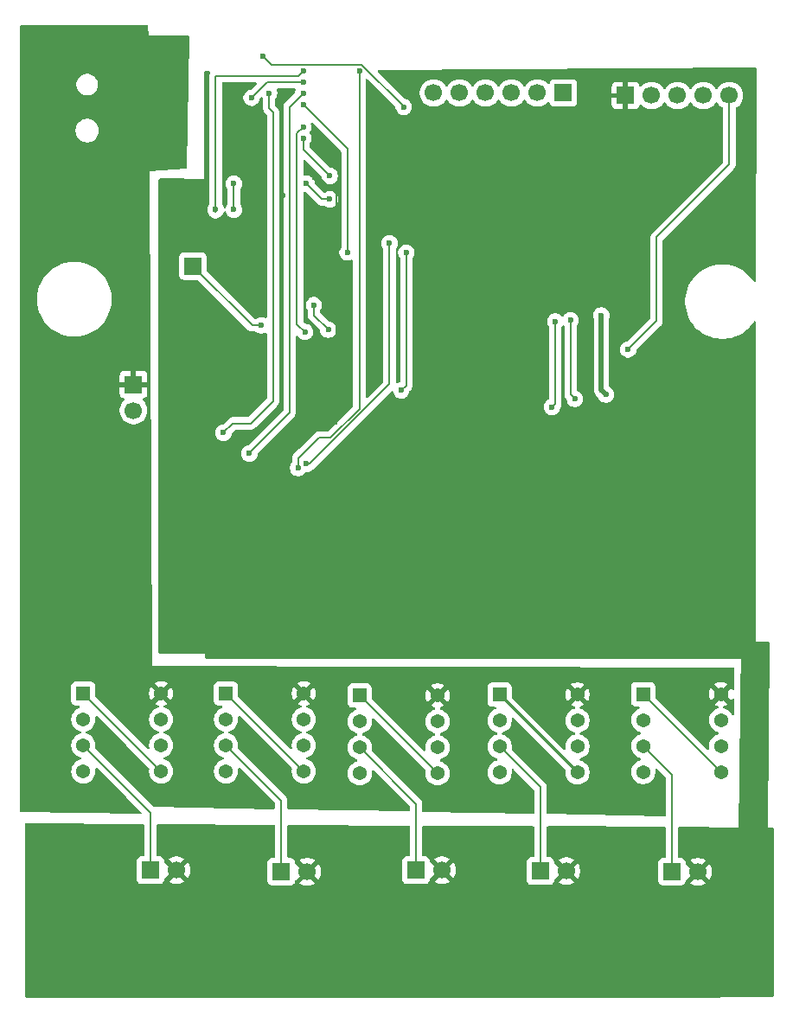
<source format=gbr>
%TF.GenerationSoftware,KiCad,Pcbnew,9.0.4*%
%TF.CreationDate,2025-10-22T08:41:29-05:00*%
%TF.ProjectId,RemoteControl,52656d6f-7465-4436-9f6e-74726f6c2e6b,rev?*%
%TF.SameCoordinates,Original*%
%TF.FileFunction,Copper,L2,Bot*%
%TF.FilePolarity,Positive*%
%FSLAX46Y46*%
G04 Gerber Fmt 4.6, Leading zero omitted, Abs format (unit mm)*
G04 Created by KiCad (PCBNEW 9.0.4) date 2025-10-22 08:41:29*
%MOMM*%
%LPD*%
G01*
G04 APERTURE LIST*
%TA.AperFunction,ComponentPad*%
%ADD10R,1.700000X1.700000*%
%TD*%
%TA.AperFunction,ComponentPad*%
%ADD11C,1.700000*%
%TD*%
%TA.AperFunction,ComponentPad*%
%ADD12R,1.371600X1.371600*%
%TD*%
%TA.AperFunction,ComponentPad*%
%ADD13C,1.371600*%
%TD*%
%TA.AperFunction,ViaPad*%
%ADD14C,0.600000*%
%TD*%
%TA.AperFunction,Conductor*%
%ADD15C,0.200000*%
%TD*%
%TA.AperFunction,Conductor*%
%ADD16C,0.500000*%
%TD*%
%TA.AperFunction,Conductor*%
%ADD17C,0.250000*%
%TD*%
G04 APERTURE END LIST*
D10*
%TO.P,J8,1,Pin_1*%
%TO.N,Sensor4*%
X123010000Y-131880000D03*
D11*
%TO.P,J8,2,Pin_2*%
%TO.N,+3.3V*%
X125550000Y-131880000D03*
%TD*%
D10*
%TO.P,J3,1,Pin_1*%
%TO.N,+3.3V*%
X156718000Y-55880000D03*
D11*
%TO.P,J3,2,Pin_2*%
%TO.N,gnd*%
X159258000Y-55880000D03*
%TO.P,J3,3,Pin_3*%
%TO.N,SWSCLK*%
X161798000Y-55880000D03*
%TO.P,J3,4,Pin_4*%
%TO.N,SWDIO*%
X164338000Y-55880000D03*
%TO.P,J3,5,Pin_5*%
%TO.N,NRST*%
X166878000Y-55880000D03*
%TD*%
D10*
%TO.P,J5,1,Pin_1*%
%TO.N,gnd*%
X150622000Y-55626000D03*
D11*
%TO.P,J5,2,Pin_2*%
%TO.N,unconnected-(J5-Pin_2-Pad2)*%
X148082000Y-55626000D03*
%TO.P,J5,3,Pin_3*%
%TO.N,unconnected-(J5-Pin_3-Pad3)*%
X145542000Y-55626000D03*
%TO.P,J5,4,Pin_4*%
%TO.N,debuging_tx*%
X143002000Y-55626000D03*
%TO.P,J5,5,Pin_5*%
%TO.N,debuging_rx*%
X140462000Y-55626000D03*
%TO.P,J5,6,Pin_6*%
%TO.N,unconnected-(J5-Pin_6-Pad6)*%
X137922000Y-55626000D03*
%TD*%
D10*
%TO.P,J11,1,Pin_1*%
%TO.N,+5V*%
X108540000Y-84171000D03*
D11*
%TO.P,J11,2,Pin_2*%
%TO.N,gnd*%
X108540000Y-86711000D03*
%TD*%
D10*
%TO.P,J10,1,Pin_1*%
%TO.N,BootPin*%
X114360000Y-72570000D03*
%TD*%
%TO.P,J9,1,Pin_1*%
%TO.N,Sensor5*%
X110210000Y-131730000D03*
D11*
%TO.P,J9,2,Pin_2*%
%TO.N,+3.3V*%
X112750000Y-131730000D03*
%TD*%
D12*
%TO.P,U7,1,1OUT*%
%TO.N,Net-(U7-1OUT)*%
X117602000Y-114427000D03*
D13*
%TO.P,U7,2,1IN-*%
%TO.N,Net-(U7-1IN-)*%
X117602000Y-116967000D03*
%TO.P,U7,3,1IN+*%
%TO.N,Sensor4*%
X117602000Y-119507000D03*
%TO.P,U7,4,GND*%
%TO.N,gnd*%
X117602000Y-122047000D03*
%TO.P,U7,5,2IN+*%
%TO.N,Net-(U7-1OUT)*%
X125222000Y-122047000D03*
%TO.P,U7,6,2IN-*%
%TO.N,Finger2*%
X125222000Y-119507000D03*
%TO.P,U7,7,2OUT*%
X125222000Y-116967000D03*
%TO.P,U7,8,VCC*%
%TO.N,+5V*%
X125222000Y-114427000D03*
%TD*%
D12*
%TO.P,U6,1,1OUT*%
%TO.N,Net-(U6-1OUT)*%
X158440000Y-114490000D03*
D13*
%TO.P,U6,2,1IN-*%
%TO.N,Net-(U6-1IN-)*%
X158440000Y-117030000D03*
%TO.P,U6,3,1IN+*%
%TO.N,Sensor3*%
X158440000Y-119570000D03*
%TO.P,U6,4,GND*%
%TO.N,gnd*%
X158440000Y-122110000D03*
%TO.P,U6,5,2IN+*%
%TO.N,Net-(U6-1OUT)*%
X166060000Y-122110000D03*
%TO.P,U6,6,2IN-*%
%TO.N,Finger5*%
X166060000Y-119570000D03*
%TO.P,U6,7,2OUT*%
X166060000Y-117030000D03*
%TO.P,U6,8,VCC*%
%TO.N,+5V*%
X166060000Y-114490000D03*
%TD*%
D10*
%TO.P,J4,1,Pin_1*%
%TO.N,Sensor1*%
X136210000Y-131730000D03*
D11*
%TO.P,J4,2,Pin_2*%
%TO.N,+3.3V*%
X138750000Y-131730000D03*
%TD*%
D12*
%TO.P,U4,1,1OUT*%
%TO.N,Net-(U4-1OUT)*%
X130683000Y-114630200D03*
D13*
%TO.P,U4,2,1IN-*%
%TO.N,Net-(U4-1IN-)*%
X130683000Y-117170200D03*
%TO.P,U4,3,1IN+*%
%TO.N,Sensor1*%
X130683000Y-119710200D03*
%TO.P,U4,4,GND*%
%TO.N,gnd*%
X130683000Y-122250200D03*
%TO.P,U4,5,2IN+*%
%TO.N,Net-(U4-1OUT)*%
X138303000Y-122250200D03*
%TO.P,U4,6,2IN-*%
%TO.N,Finger3*%
X138303000Y-119710200D03*
%TO.P,U4,7,2OUT*%
X138303000Y-117170200D03*
%TO.P,U4,8,VCC*%
%TO.N,+5V*%
X138303000Y-114630200D03*
%TD*%
D12*
%TO.P,U8,1,1OUT*%
%TO.N,Net-(U8-1OUT)*%
X103632000Y-114427000D03*
D13*
%TO.P,U8,2,1IN-*%
%TO.N,Net-(U8-1IN-)*%
X103632000Y-116967000D03*
%TO.P,U8,3,1IN+*%
%TO.N,Sensor5*%
X103632000Y-119507000D03*
%TO.P,U8,4,GND*%
%TO.N,gnd*%
X103632000Y-122047000D03*
%TO.P,U8,5,2IN+*%
%TO.N,Net-(U8-1OUT)*%
X111252000Y-122047000D03*
%TO.P,U8,6,2IN-*%
%TO.N,Finger1*%
X111252000Y-119507000D03*
%TO.P,U8,7,2OUT*%
X111252000Y-116967000D03*
%TO.P,U8,8,VCC*%
%TO.N,+5V*%
X111252000Y-114427000D03*
%TD*%
D10*
%TO.P,J7,1,Pin_1*%
%TO.N,Sensor3*%
X161260000Y-131880000D03*
D11*
%TO.P,J7,2,Pin_2*%
%TO.N,+3.3V*%
X163800000Y-131880000D03*
%TD*%
D10*
%TO.P,J6,1,Pin_1*%
%TO.N,Sensor2*%
X148380000Y-131810000D03*
D11*
%TO.P,J6,2,Pin_2*%
%TO.N,+3.3V*%
X150920000Y-131810000D03*
%TD*%
D12*
%TO.P,U5,1,1OUT*%
%TO.N,Net-(U5-1OUT)*%
X144390000Y-114540000D03*
D13*
%TO.P,U5,2,1IN-*%
%TO.N,Net-(U5-1IN-)*%
X144390000Y-117080000D03*
%TO.P,U5,3,1IN+*%
%TO.N,Sensor2*%
X144390000Y-119620000D03*
%TO.P,U5,4,GND*%
%TO.N,gnd*%
X144390000Y-122160000D03*
%TO.P,U5,5,2IN+*%
%TO.N,Net-(U5-1OUT)*%
X152010000Y-122160000D03*
%TO.P,U5,6,2IN-*%
%TO.N,Finger4*%
X152010000Y-119620000D03*
%TO.P,U5,7,2OUT*%
X152010000Y-117080000D03*
%TO.P,U5,8,VCC*%
%TO.N,+5V*%
X152010000Y-114540000D03*
%TD*%
D14*
%TO.N,Switch2*%
X125150000Y-60067000D03*
X127750000Y-63750000D03*
%TO.N,NRST*%
X127600000Y-78800000D03*
X156972000Y-80738600D03*
X126200000Y-76400000D03*
%TO.N,TX*%
X119888000Y-90932000D03*
X125150000Y-55667000D03*
%TO.N,RX*%
X117348000Y-88900000D03*
X121820000Y-55630000D03*
%TO.N,gnd*%
X154800000Y-85150000D03*
X154350000Y-77400000D03*
%TO.N,RedLED*%
X116586000Y-67056000D03*
X125150000Y-53467000D03*
%TO.N,GPIO_J9*%
X121200000Y-52000000D03*
X135000000Y-57000000D03*
%TO.N,Net-(U1-PA7)*%
X130650000Y-53467000D03*
X124650000Y-92350000D03*
%TO.N,Switch1*%
X125321000Y-79022000D03*
X125150000Y-58967000D03*
%TO.N,+3.3V*%
X136906000Y-76724600D03*
X132588000Y-88000000D03*
X126250000Y-63840000D03*
X123125000Y-65625000D03*
X115800000Y-84000000D03*
X121250000Y-62250000D03*
X129250000Y-79500000D03*
X121250000Y-59750000D03*
X120021600Y-80776600D03*
X112883000Y-79033000D03*
X132000000Y-79500000D03*
X112350000Y-95700000D03*
X121277500Y-64950000D03*
%TO.N,debuging_tx*%
X151750000Y-85572400D03*
X151333200Y-77876400D03*
%TO.N,debuging_rx*%
X149834600Y-78000000D03*
X149500000Y-86372400D03*
%TO.N,UART_RTS->BoardCTS*%
X135250000Y-71250000D03*
X129500000Y-71250000D03*
X134750000Y-84750000D03*
X125150000Y-56767000D03*
%TO.N,UART_CTS->BoardRTS*%
X125476000Y-64516000D03*
X133604000Y-70358000D03*
X127762000Y-66040000D03*
X125476000Y-91948000D03*
X118364000Y-64516000D03*
X118364000Y-67056000D03*
%TO.N,GreenLED*%
X125150000Y-54567000D03*
X120100000Y-56100000D03*
%TO.N,BootPin*%
X121040000Y-78380000D03*
%TO.N,+5V*%
X112000000Y-58000000D03*
X101800000Y-102650000D03*
X109500000Y-60960000D03*
X110000000Y-55000000D03*
X112000000Y-59000000D03*
X111165500Y-60665500D03*
X113000000Y-55000000D03*
X112000000Y-55000000D03*
X111915500Y-59915500D03*
%TD*%
D15*
%TO.N,Switch2*%
X127750000Y-63750000D02*
X125150000Y-61150000D01*
X125150000Y-61150000D02*
X125150000Y-60067000D01*
%TO.N,NRST*%
X126200000Y-76400000D02*
X126200000Y-77400000D01*
X166878000Y-62622000D02*
X159750000Y-69750000D01*
X126200000Y-77400000D02*
X127600000Y-78800000D01*
X166878000Y-55880000D02*
X166878000Y-62622000D01*
X159750000Y-69750000D02*
X159750000Y-77960600D01*
X159750000Y-77960600D02*
X156972000Y-80738600D01*
%TO.N,TX*%
X119888000Y-90856000D02*
X119888000Y-90932000D01*
X123809500Y-86934500D02*
X121396600Y-89347400D01*
X125150000Y-55667000D02*
X123809500Y-57007500D01*
X121396600Y-89347400D02*
X119888000Y-90856000D01*
X123809500Y-57007500D02*
X123809500Y-86934500D01*
%TO.N,RX*%
X118275600Y-87972400D02*
X117348000Y-88900000D01*
X121820000Y-55630000D02*
X121820000Y-57143800D01*
X121820000Y-57143800D02*
X122196600Y-57520400D01*
X120021600Y-87972400D02*
X118275600Y-87972400D01*
X122196600Y-85797400D02*
X120021600Y-87972400D01*
X122196600Y-57520400D02*
X122196600Y-85797400D01*
D16*
%TO.N,gnd*%
X154350000Y-77400000D02*
X154350000Y-84700000D01*
X154350000Y-84700000D02*
X154800000Y-85150000D01*
D15*
%TO.N,RedLED*%
X124655400Y-53961600D02*
X125150000Y-53467000D01*
X116586000Y-53961600D02*
X116586000Y-67056000D01*
X116586000Y-67056000D02*
X116586000Y-67310000D01*
X116586000Y-53961600D02*
X124655400Y-53961600D01*
%TO.N,GPIO_J9*%
X127384000Y-52866000D02*
X122066000Y-52866000D01*
X135000000Y-57000000D02*
X135000000Y-56967057D01*
X122066000Y-52866000D02*
X121200000Y-52000000D01*
X135000000Y-56967057D02*
X130898943Y-52866000D01*
X130898943Y-52866000D02*
X127384000Y-52866000D01*
%TO.N,Net-(U1-PA7)*%
X126702600Y-89347400D02*
X125100000Y-90950000D01*
X127846543Y-89347400D02*
X130650000Y-86543943D01*
X124650000Y-91400000D02*
X124650000Y-92350000D01*
X125100000Y-90950000D02*
X124650000Y-91400000D01*
X127846543Y-89347400D02*
X126702600Y-89347400D01*
X130650000Y-53467000D02*
X130650000Y-86543943D01*
%TO.N,Switch1*%
X124549000Y-59568000D02*
X124549000Y-78250000D01*
X125396600Y-79097600D02*
X125321000Y-79022000D01*
X125321000Y-79022000D02*
X124549000Y-78250000D01*
X125150000Y-58967000D02*
X124549000Y-59568000D01*
%TO.N,+3.3V*%
X126723000Y-63840000D02*
X128371600Y-65488600D01*
X126250000Y-63840000D02*
X126723000Y-63840000D01*
X128371600Y-87972400D02*
X128371600Y-65488600D01*
X128250000Y-87850800D02*
X128371600Y-87972400D01*
%TO.N,debuging_tx*%
X151333200Y-85155600D02*
X151750000Y-85572400D01*
X151333200Y-77876400D02*
X151333200Y-85155600D01*
%TO.N,debuging_rx*%
X149834600Y-78000000D02*
X149834600Y-86037800D01*
X149834600Y-86037800D02*
X149500000Y-86372400D01*
%TO.N,UART_RTS->BoardCTS*%
X125150000Y-56767000D02*
X129500000Y-61117000D01*
X129500000Y-61117000D02*
X129500000Y-71250000D01*
X135250000Y-84250000D02*
X134750000Y-84750000D01*
X135250000Y-71250000D02*
X135250000Y-84250000D01*
%TO.N,UART_CTS->BoardRTS*%
X125813043Y-91948000D02*
X125476000Y-91948000D01*
X125476000Y-64516000D02*
X125879630Y-64919630D01*
X125879630Y-64919630D02*
X126120780Y-65160780D01*
X133604000Y-70358000D02*
X133604000Y-84157043D01*
X127000000Y-66040000D02*
X126120780Y-65160780D01*
X118364000Y-64516000D02*
X118364000Y-67056000D01*
X133604000Y-84157043D02*
X125813043Y-91948000D01*
X127762000Y-66040000D02*
X127000000Y-66040000D01*
%TO.N,GreenLED*%
X125150000Y-54567000D02*
X121633000Y-54567000D01*
X121633000Y-54567000D02*
X120100000Y-56100000D01*
%TO.N,BootPin*%
X114360000Y-72570000D02*
X120170000Y-78380000D01*
X120170000Y-78380000D02*
X121040000Y-78380000D01*
%TO.N,Net-(U4-1OUT)*%
X138303000Y-122250200D02*
X130683000Y-114630200D01*
%TO.N,Sensor1*%
X136210000Y-125237200D02*
X130683000Y-119710200D01*
X136210000Y-131730000D02*
X136210000Y-125237200D01*
%TO.N,Sensor2*%
X148380000Y-131810000D02*
X148380000Y-123610000D01*
X148380000Y-123610000D02*
X144390000Y-119620000D01*
%TO.N,Sensor3*%
X161260000Y-122390000D02*
X158440000Y-119570000D01*
X161260000Y-131880000D02*
X161260000Y-122390000D01*
%TO.N,Sensor4*%
X123010000Y-124915000D02*
X117602000Y-119507000D01*
X123010000Y-131880000D02*
X123010000Y-124915000D01*
%TO.N,Sensor5*%
X110210000Y-131730000D02*
X110210000Y-126085000D01*
X110210000Y-126085000D02*
X103632000Y-119507000D01*
D17*
%TO.N,Net-(U5-1OUT)*%
X144390000Y-114540000D02*
X152010000Y-122160000D01*
D15*
%TO.N,Net-(U6-1OUT)*%
X166060000Y-122110000D02*
X158440000Y-114490000D01*
%TO.N,Net-(U7-1OUT)*%
X125222000Y-122047000D02*
X117602000Y-114427000D01*
%TO.N,Net-(U8-1OUT)*%
X111252000Y-122047000D02*
X103632000Y-114427000D01*
%TD*%
%TA.AperFunction,Conductor*%
%TO.N,+5V*%
G36*
X113941044Y-50019685D02*
G01*
X113986799Y-50072489D01*
X113997989Y-50125979D01*
X113793812Y-62918464D01*
X113773060Y-62985181D01*
X113719533Y-63030087D01*
X113678744Y-63040164D01*
X110080988Y-63299528D01*
X103000000Y-63810000D01*
X103000000Y-59881584D01*
X103016006Y-59912998D01*
X103122441Y-60059494D01*
X103122445Y-60059499D01*
X103250500Y-60187554D01*
X103250505Y-60187558D01*
X103378287Y-60280396D01*
X103397006Y-60293996D01*
X103502484Y-60347740D01*
X103558360Y-60376211D01*
X103558363Y-60376212D01*
X103644476Y-60404191D01*
X103730591Y-60432171D01*
X103813429Y-60445291D01*
X103909449Y-60460500D01*
X103909454Y-60460500D01*
X104090551Y-60460500D01*
X104177259Y-60446765D01*
X104269409Y-60432171D01*
X104441639Y-60376211D01*
X104602994Y-60293996D01*
X104749501Y-60187553D01*
X104877553Y-60059501D01*
X104983996Y-59912994D01*
X105066211Y-59751639D01*
X105122171Y-59579409D01*
X105136765Y-59487259D01*
X105150500Y-59400551D01*
X105150500Y-59219448D01*
X105134019Y-59115397D01*
X105122171Y-59040591D01*
X105066211Y-58868361D01*
X105066211Y-58868360D01*
X105037740Y-58812484D01*
X104983996Y-58707006D01*
X104970396Y-58688287D01*
X104877558Y-58560505D01*
X104877554Y-58560500D01*
X104749499Y-58432445D01*
X104749494Y-58432441D01*
X104602997Y-58326006D01*
X104602996Y-58326005D01*
X104602994Y-58326004D01*
X104551300Y-58299664D01*
X104441639Y-58243788D01*
X104441636Y-58243787D01*
X104269410Y-58187829D01*
X104090551Y-58159500D01*
X104090546Y-58159500D01*
X103909454Y-58159500D01*
X103909449Y-58159500D01*
X103730589Y-58187829D01*
X103558363Y-58243787D01*
X103558360Y-58243788D01*
X103397002Y-58326006D01*
X103250505Y-58432441D01*
X103250500Y-58432445D01*
X103122445Y-58560500D01*
X103122441Y-58560505D01*
X103016006Y-58707002D01*
X103000000Y-58738415D01*
X103000000Y-55140875D01*
X103069058Y-55307596D01*
X103184024Y-55479657D01*
X103330342Y-55625975D01*
X103330345Y-55625977D01*
X103502402Y-55740941D01*
X103693580Y-55820130D01*
X103896530Y-55860499D01*
X103896534Y-55860500D01*
X103896535Y-55860500D01*
X104103466Y-55860500D01*
X104103467Y-55860499D01*
X104306420Y-55820130D01*
X104497598Y-55740941D01*
X104669655Y-55625977D01*
X104815977Y-55479655D01*
X104930941Y-55307598D01*
X105010130Y-55116420D01*
X105050500Y-54913465D01*
X105050500Y-54706535D01*
X105010130Y-54503580D01*
X104930941Y-54312402D01*
X104815977Y-54140345D01*
X104815975Y-54140342D01*
X104669657Y-53994024D01*
X104583626Y-53936541D01*
X104497598Y-53879059D01*
X104306420Y-53799870D01*
X104306412Y-53799868D01*
X104103469Y-53759500D01*
X104103465Y-53759500D01*
X103896535Y-53759500D01*
X103896530Y-53759500D01*
X103693587Y-53799868D01*
X103693579Y-53799870D01*
X103502403Y-53879058D01*
X103330342Y-53994024D01*
X103184024Y-54140342D01*
X103069057Y-54312403D01*
X103000000Y-54479123D01*
X103000000Y-50000000D01*
X109993415Y-50000000D01*
X113874005Y-50000000D01*
X113941044Y-50019685D01*
G37*
%TD.AperFunction*%
%TD*%
%TA.AperFunction,Conductor*%
%TO.N,+3.3V*%
G36*
X115985500Y-64051635D02*
G01*
X115985500Y-66476234D01*
X115965815Y-66543273D01*
X115964602Y-66545125D01*
X115876609Y-66676814D01*
X115876602Y-66676827D01*
X115816264Y-66822498D01*
X115816261Y-66822510D01*
X115785500Y-66977153D01*
X115785500Y-67134846D01*
X115816261Y-67289489D01*
X115816264Y-67289501D01*
X115876602Y-67435172D01*
X115876609Y-67435185D01*
X115964210Y-67566288D01*
X115964213Y-67566292D01*
X116075707Y-67677786D01*
X116075715Y-67677792D01*
X116152477Y-67729083D01*
X116171268Y-67744504D01*
X116217284Y-67790520D01*
X116217286Y-67790521D01*
X116217290Y-67790524D01*
X116331564Y-67856499D01*
X116354216Y-67869577D01*
X116506943Y-67910500D01*
X116506945Y-67910500D01*
X116665055Y-67910500D01*
X116665057Y-67910500D01*
X116817784Y-67869577D01*
X116954716Y-67790520D01*
X117000739Y-67744496D01*
X117019513Y-67729087D01*
X117096289Y-67677789D01*
X117207789Y-67566289D01*
X117295394Y-67435179D01*
X117355737Y-67289497D01*
X117355739Y-67289489D01*
X117356340Y-67287510D01*
X117356938Y-67286596D01*
X117358068Y-67283870D01*
X117358585Y-67284084D01*
X117394637Y-67229072D01*
X117458450Y-67200615D01*
X117527517Y-67211176D01*
X117579910Y-67257401D01*
X117593660Y-67287510D01*
X117594262Y-67289497D01*
X117654602Y-67435172D01*
X117654609Y-67435185D01*
X117742210Y-67566288D01*
X117742213Y-67566292D01*
X117853707Y-67677786D01*
X117853711Y-67677789D01*
X117984814Y-67765390D01*
X117984827Y-67765397D01*
X118130498Y-67825735D01*
X118130503Y-67825737D01*
X118285153Y-67856499D01*
X118285156Y-67856500D01*
X118285158Y-67856500D01*
X118442844Y-67856500D01*
X118442845Y-67856499D01*
X118597497Y-67825737D01*
X118743179Y-67765394D01*
X118874289Y-67677789D01*
X118985789Y-67566289D01*
X119073394Y-67435179D01*
X119133737Y-67289497D01*
X119164500Y-67134842D01*
X119164500Y-66977158D01*
X119164500Y-66977155D01*
X119164499Y-66977153D01*
X119133737Y-66822503D01*
X119103456Y-66749397D01*
X119073397Y-66676827D01*
X119073390Y-66676814D01*
X118985398Y-66545125D01*
X118964520Y-66478447D01*
X118964500Y-66476234D01*
X118964500Y-65095765D01*
X118984185Y-65028726D01*
X118985398Y-65026874D01*
X119073390Y-64895185D01*
X119073390Y-64895184D01*
X119073394Y-64895179D01*
X119133737Y-64749497D01*
X119164500Y-64594842D01*
X119164500Y-64437158D01*
X119164500Y-64437155D01*
X119164499Y-64437153D01*
X119151497Y-64371789D01*
X119133737Y-64282503D01*
X119081904Y-64157365D01*
X119073397Y-64136827D01*
X119073390Y-64136814D01*
X119037597Y-64083246D01*
X121596100Y-64109745D01*
X121596100Y-77558309D01*
X121576415Y-77625348D01*
X121523611Y-77671103D01*
X121454453Y-77681047D01*
X121424648Y-77672870D01*
X121273501Y-77610264D01*
X121273489Y-77610261D01*
X121118845Y-77579500D01*
X121118842Y-77579500D01*
X120961158Y-77579500D01*
X120961155Y-77579500D01*
X120806510Y-77610261D01*
X120806498Y-77610264D01*
X120660827Y-77670602D01*
X120660814Y-77670609D01*
X120535038Y-77754651D01*
X120468360Y-77775529D01*
X120400980Y-77757044D01*
X120378466Y-77739230D01*
X115746818Y-73107582D01*
X115713333Y-73046259D01*
X115710499Y-73019901D01*
X115710499Y-71672129D01*
X115710498Y-71672123D01*
X115710497Y-71672116D01*
X115704091Y-71612517D01*
X115653796Y-71477669D01*
X115653795Y-71477668D01*
X115653793Y-71477664D01*
X115567547Y-71362455D01*
X115567544Y-71362452D01*
X115452335Y-71276206D01*
X115452328Y-71276202D01*
X115317482Y-71225908D01*
X115317483Y-71225908D01*
X115257883Y-71219501D01*
X115257881Y-71219500D01*
X115257873Y-71219500D01*
X115257864Y-71219500D01*
X113462129Y-71219500D01*
X113462123Y-71219501D01*
X113402516Y-71225908D01*
X113267671Y-71276202D01*
X113267664Y-71276206D01*
X113152455Y-71362452D01*
X113152452Y-71362455D01*
X113066206Y-71477664D01*
X113066202Y-71477671D01*
X113015908Y-71612517D01*
X113009501Y-71672116D01*
X113009501Y-71672123D01*
X113009500Y-71672135D01*
X113009500Y-73467870D01*
X113009501Y-73467876D01*
X113015908Y-73527483D01*
X113066202Y-73662328D01*
X113066206Y-73662335D01*
X113152452Y-73777544D01*
X113152455Y-73777547D01*
X113267664Y-73863793D01*
X113267671Y-73863797D01*
X113402517Y-73914091D01*
X113402516Y-73914091D01*
X113409444Y-73914835D01*
X113462127Y-73920500D01*
X114809902Y-73920499D01*
X114876941Y-73940184D01*
X114897582Y-73956817D01*
X119801284Y-78860520D01*
X119938215Y-78939577D01*
X120090943Y-78980501D01*
X120090946Y-78980501D01*
X120256654Y-78980501D01*
X120256670Y-78980500D01*
X120460234Y-78980500D01*
X120527273Y-79000185D01*
X120529125Y-79001398D01*
X120660814Y-79089390D01*
X120660827Y-79089397D01*
X120806498Y-79149735D01*
X120806503Y-79149737D01*
X120954482Y-79179172D01*
X120961153Y-79180499D01*
X120961156Y-79180500D01*
X120961158Y-79180500D01*
X121118844Y-79180500D01*
X121118845Y-79180499D01*
X121273497Y-79149737D01*
X121367174Y-79110935D01*
X121424648Y-79087129D01*
X121494117Y-79079660D01*
X121556596Y-79110935D01*
X121592248Y-79171024D01*
X121596100Y-79201690D01*
X121596100Y-85497303D01*
X121576415Y-85564342D01*
X121559781Y-85584984D01*
X119809184Y-87335581D01*
X119747861Y-87369066D01*
X119721503Y-87371900D01*
X118362270Y-87371900D01*
X118362254Y-87371899D01*
X118354658Y-87371899D01*
X118196543Y-87371899D01*
X118120179Y-87392361D01*
X118043814Y-87412823D01*
X118043809Y-87412826D01*
X117906890Y-87491875D01*
X117906882Y-87491881D01*
X117333339Y-88065425D01*
X117272016Y-88098910D01*
X117269850Y-88099361D01*
X117114508Y-88130261D01*
X117114498Y-88130264D01*
X116968827Y-88190602D01*
X116968814Y-88190609D01*
X116837711Y-88278210D01*
X116837707Y-88278213D01*
X116726213Y-88389707D01*
X116726210Y-88389711D01*
X116638609Y-88520814D01*
X116638602Y-88520827D01*
X116578264Y-88666498D01*
X116578261Y-88666510D01*
X116547500Y-88821153D01*
X116547500Y-88978846D01*
X116578261Y-89133489D01*
X116578264Y-89133501D01*
X116638602Y-89279172D01*
X116638609Y-89279185D01*
X116726210Y-89410288D01*
X116726213Y-89410292D01*
X116837707Y-89521786D01*
X116837711Y-89521789D01*
X116968814Y-89609390D01*
X116968827Y-89609397D01*
X117114498Y-89669735D01*
X117114503Y-89669737D01*
X117269153Y-89700499D01*
X117269156Y-89700500D01*
X117269158Y-89700500D01*
X117426844Y-89700500D01*
X117426845Y-89700499D01*
X117581497Y-89669737D01*
X117727179Y-89609394D01*
X117858289Y-89521789D01*
X117969789Y-89410289D01*
X118057394Y-89279179D01*
X118117737Y-89133497D01*
X118137113Y-89036085D01*
X118148638Y-88978150D01*
X118181023Y-88916239D01*
X118182462Y-88914772D01*
X118488018Y-88609216D01*
X118549340Y-88575734D01*
X118575698Y-88572900D01*
X119934931Y-88572900D01*
X119934947Y-88572901D01*
X119942543Y-88572901D01*
X120100654Y-88572901D01*
X120100657Y-88572901D01*
X120253385Y-88531977D01*
X120303504Y-88503039D01*
X120390316Y-88452920D01*
X120502120Y-88341116D01*
X120502120Y-88341114D01*
X120512328Y-88330907D01*
X120512330Y-88330904D01*
X122555106Y-86288128D01*
X122555111Y-86288124D01*
X122565314Y-86277920D01*
X122565316Y-86277920D01*
X122677120Y-86166116D01*
X122756177Y-86029184D01*
X122797100Y-85876457D01*
X122797100Y-64122184D01*
X123209000Y-64126450D01*
X123209000Y-86634402D01*
X123189315Y-86701441D01*
X123172681Y-86722083D01*
X121027884Y-88866880D01*
X119778466Y-90116297D01*
X119717143Y-90149782D01*
X119714977Y-90150233D01*
X119654508Y-90162261D01*
X119654498Y-90162264D01*
X119508827Y-90222602D01*
X119508814Y-90222609D01*
X119377711Y-90310210D01*
X119377707Y-90310213D01*
X119266213Y-90421707D01*
X119266210Y-90421711D01*
X119178609Y-90552814D01*
X119178602Y-90552827D01*
X119118264Y-90698498D01*
X119118261Y-90698510D01*
X119087500Y-90853153D01*
X119087500Y-91010846D01*
X119118261Y-91165489D01*
X119118264Y-91165501D01*
X119178602Y-91311172D01*
X119178609Y-91311185D01*
X119266210Y-91442288D01*
X119266213Y-91442292D01*
X119377707Y-91553786D01*
X119377711Y-91553789D01*
X119508814Y-91641390D01*
X119508827Y-91641397D01*
X119654498Y-91701735D01*
X119654503Y-91701737D01*
X119809153Y-91732499D01*
X119809156Y-91732500D01*
X119809158Y-91732500D01*
X119966844Y-91732500D01*
X119966845Y-91732499D01*
X120121497Y-91701737D01*
X120267179Y-91641394D01*
X120398289Y-91553789D01*
X120509789Y-91442289D01*
X120597394Y-91311179D01*
X120657737Y-91165497D01*
X120688500Y-91010842D01*
X120688500Y-90956097D01*
X120708185Y-90889058D01*
X120724819Y-90868416D01*
X121171528Y-90421707D01*
X121877120Y-89716116D01*
X121877120Y-89716114D01*
X121887324Y-89705911D01*
X121887328Y-89705906D01*
X124178213Y-87415021D01*
X124178216Y-87415020D01*
X124290020Y-87303216D01*
X124340139Y-87216404D01*
X124369077Y-87166285D01*
X124410001Y-87013557D01*
X124410001Y-86855443D01*
X124410001Y-86847848D01*
X124410000Y-86847830D01*
X124410000Y-79508228D01*
X124429685Y-79441189D01*
X124482489Y-79395434D01*
X124551647Y-79385490D01*
X124615203Y-79414515D01*
X124637102Y-79439337D01*
X124699210Y-79532288D01*
X124699213Y-79532292D01*
X124810707Y-79643786D01*
X124810711Y-79643789D01*
X124941814Y-79731390D01*
X124941827Y-79731397D01*
X125087498Y-79791735D01*
X125087503Y-79791737D01*
X125242153Y-79822499D01*
X125242156Y-79822500D01*
X125242158Y-79822500D01*
X125399844Y-79822500D01*
X125399845Y-79822499D01*
X125554497Y-79791737D01*
X125700179Y-79731394D01*
X125831289Y-79643789D01*
X125942789Y-79532289D01*
X126030394Y-79401179D01*
X126090737Y-79255497D01*
X126121500Y-79100842D01*
X126121500Y-78943158D01*
X126121500Y-78943155D01*
X126121499Y-78943153D01*
X126108707Y-78878844D01*
X126090737Y-78788503D01*
X126062840Y-78721153D01*
X126030397Y-78642827D01*
X126030390Y-78642814D01*
X125942789Y-78511711D01*
X125942786Y-78511707D01*
X125831292Y-78400213D01*
X125831288Y-78400210D01*
X125700185Y-78312609D01*
X125700172Y-78312602D01*
X125554501Y-78252264D01*
X125554491Y-78252261D01*
X125399149Y-78221361D01*
X125337238Y-78188976D01*
X125335660Y-78187425D01*
X125185819Y-78037584D01*
X125152334Y-77976261D01*
X125149500Y-77949903D01*
X125149500Y-76321153D01*
X125399500Y-76321153D01*
X125399500Y-76478846D01*
X125430261Y-76633489D01*
X125430264Y-76633501D01*
X125490602Y-76779172D01*
X125490609Y-76779185D01*
X125578602Y-76910874D01*
X125599480Y-76977551D01*
X125599500Y-76979765D01*
X125599500Y-77313330D01*
X125599499Y-77313348D01*
X125599499Y-77479054D01*
X125599498Y-77479054D01*
X125640423Y-77631785D01*
X125662835Y-77670602D01*
X125662836Y-77670606D01*
X125662837Y-77670606D01*
X125719479Y-77768714D01*
X125719481Y-77768717D01*
X125838349Y-77887585D01*
X125838355Y-77887590D01*
X126765425Y-78814660D01*
X126798910Y-78875983D01*
X126799361Y-78878149D01*
X126830261Y-79033491D01*
X126830264Y-79033501D01*
X126890602Y-79179172D01*
X126890609Y-79179185D01*
X126978210Y-79310288D01*
X126978213Y-79310292D01*
X127089707Y-79421786D01*
X127089711Y-79421789D01*
X127220814Y-79509390D01*
X127220827Y-79509397D01*
X127366498Y-79569735D01*
X127366503Y-79569737D01*
X127521153Y-79600499D01*
X127521156Y-79600500D01*
X127521158Y-79600500D01*
X127678844Y-79600500D01*
X127678845Y-79600499D01*
X127833497Y-79569737D01*
X127979179Y-79509394D01*
X128110289Y-79421789D01*
X128221789Y-79310289D01*
X128309394Y-79179179D01*
X128369737Y-79033497D01*
X128400500Y-78878842D01*
X128400500Y-78721158D01*
X128400500Y-78721155D01*
X128400499Y-78721153D01*
X128384919Y-78642827D01*
X128369737Y-78566503D01*
X128347040Y-78511707D01*
X128309397Y-78420827D01*
X128309390Y-78420814D01*
X128221789Y-78289711D01*
X128221786Y-78289707D01*
X128110292Y-78178213D01*
X128110288Y-78178210D01*
X127979185Y-78090609D01*
X127979172Y-78090602D01*
X127833501Y-78030264D01*
X127833491Y-78030261D01*
X127678149Y-77999361D01*
X127616238Y-77966976D01*
X127614660Y-77965425D01*
X126836819Y-77187584D01*
X126822115Y-77160656D01*
X126805523Y-77134838D01*
X126804631Y-77128637D01*
X126803334Y-77126261D01*
X126800500Y-77099903D01*
X126800500Y-76979765D01*
X126820185Y-76912726D01*
X126821398Y-76910874D01*
X126909390Y-76779185D01*
X126909390Y-76779184D01*
X126909394Y-76779179D01*
X126969737Y-76633497D01*
X127000500Y-76478842D01*
X127000500Y-76321158D01*
X127000500Y-76321155D01*
X127000499Y-76321153D01*
X126969738Y-76166510D01*
X126969737Y-76166503D01*
X126969735Y-76166498D01*
X126909397Y-76020827D01*
X126909390Y-76020814D01*
X126821789Y-75889711D01*
X126821786Y-75889707D01*
X126710292Y-75778213D01*
X126710288Y-75778210D01*
X126579185Y-75690609D01*
X126579172Y-75690602D01*
X126433501Y-75630264D01*
X126433489Y-75630261D01*
X126278845Y-75599500D01*
X126278842Y-75599500D01*
X126121158Y-75599500D01*
X126121155Y-75599500D01*
X125966510Y-75630261D01*
X125966498Y-75630264D01*
X125820827Y-75690602D01*
X125820814Y-75690609D01*
X125689711Y-75778210D01*
X125689707Y-75778213D01*
X125578213Y-75889707D01*
X125578210Y-75889711D01*
X125490609Y-76020814D01*
X125490602Y-76020827D01*
X125430264Y-76166498D01*
X125430261Y-76166510D01*
X125399500Y-76321153D01*
X125149500Y-76321153D01*
X125149500Y-65418332D01*
X125169185Y-65351293D01*
X125221989Y-65305538D01*
X125291147Y-65295594D01*
X125297692Y-65296715D01*
X125397850Y-65316638D01*
X125459761Y-65349023D01*
X125461339Y-65350574D01*
X125759129Y-65648365D01*
X125759135Y-65648370D01*
X126515139Y-66404374D01*
X126515149Y-66404385D01*
X126519479Y-66408715D01*
X126519480Y-66408716D01*
X126631284Y-66520520D01*
X126682845Y-66550288D01*
X126718095Y-66570639D01*
X126718097Y-66570641D01*
X126756151Y-66592611D01*
X126768215Y-66599577D01*
X126920943Y-66640501D01*
X126920946Y-66640501D01*
X127086653Y-66640501D01*
X127086669Y-66640500D01*
X127182234Y-66640500D01*
X127249273Y-66660185D01*
X127251125Y-66661398D01*
X127382814Y-66749390D01*
X127382827Y-66749397D01*
X127528498Y-66809735D01*
X127528503Y-66809737D01*
X127683153Y-66840499D01*
X127683156Y-66840500D01*
X127683158Y-66840500D01*
X127840844Y-66840500D01*
X127840845Y-66840499D01*
X127995497Y-66809737D01*
X128141179Y-66749394D01*
X128272289Y-66661789D01*
X128383789Y-66550289D01*
X128471394Y-66419179D01*
X128531737Y-66273497D01*
X128562500Y-66118842D01*
X128562500Y-65961158D01*
X128562500Y-65961155D01*
X128562499Y-65961153D01*
X128531738Y-65806510D01*
X128531737Y-65806503D01*
X128531735Y-65806498D01*
X128471397Y-65660827D01*
X128471390Y-65660814D01*
X128383789Y-65529711D01*
X128383786Y-65529707D01*
X128272292Y-65418213D01*
X128272288Y-65418210D01*
X128141185Y-65330609D01*
X128141172Y-65330602D01*
X127995501Y-65270264D01*
X127995489Y-65270261D01*
X127840845Y-65239500D01*
X127840842Y-65239500D01*
X127683158Y-65239500D01*
X127683155Y-65239500D01*
X127528510Y-65270261D01*
X127528498Y-65270264D01*
X127382827Y-65330602D01*
X127382816Y-65330608D01*
X127321777Y-65371393D01*
X127255099Y-65392270D01*
X127187719Y-65373785D01*
X127165206Y-65355971D01*
X126608370Y-64799135D01*
X126608368Y-64799132D01*
X126310573Y-64501337D01*
X126277088Y-64440014D01*
X126276637Y-64437847D01*
X126263497Y-64371789D01*
X126245737Y-64282503D01*
X126193904Y-64157365D01*
X127065470Y-64166392D01*
X127128210Y-64260288D01*
X127128213Y-64260292D01*
X127239707Y-64371786D01*
X127239711Y-64371789D01*
X127370814Y-64459390D01*
X127370827Y-64459397D01*
X127472081Y-64501337D01*
X127516503Y-64519737D01*
X127671153Y-64550499D01*
X127671156Y-64550500D01*
X127671158Y-64550500D01*
X127828844Y-64550500D01*
X127828845Y-64550499D01*
X127983497Y-64519737D01*
X128129179Y-64459394D01*
X128260289Y-64371789D01*
X128371789Y-64260289D01*
X128425119Y-64180474D01*
X128899500Y-64185387D01*
X128899500Y-70670234D01*
X128879815Y-70737273D01*
X128878602Y-70739125D01*
X128790609Y-70870814D01*
X128790602Y-70870827D01*
X128730264Y-71016498D01*
X128730261Y-71016510D01*
X128699500Y-71171153D01*
X128699500Y-71328846D01*
X128730261Y-71483489D01*
X128730264Y-71483501D01*
X128790602Y-71629172D01*
X128790609Y-71629185D01*
X128878210Y-71760288D01*
X128878213Y-71760292D01*
X128989707Y-71871786D01*
X128989711Y-71871789D01*
X129120814Y-71959390D01*
X129120827Y-71959397D01*
X129179426Y-71983669D01*
X129266503Y-72019737D01*
X129387269Y-72043759D01*
X129421153Y-72050499D01*
X129421156Y-72050500D01*
X129421158Y-72050500D01*
X129578844Y-72050500D01*
X129578845Y-72050499D01*
X129733497Y-72019737D01*
X129820574Y-71983669D01*
X129878048Y-71959863D01*
X129947517Y-71952394D01*
X130009996Y-71983669D01*
X130045648Y-72043759D01*
X130049500Y-72074424D01*
X130049500Y-86243846D01*
X130029815Y-86310885D01*
X130013181Y-86331527D01*
X127634127Y-88710581D01*
X127572804Y-88744066D01*
X127546446Y-88746900D01*
X126789270Y-88746900D01*
X126789254Y-88746899D01*
X126781658Y-88746899D01*
X126623543Y-88746899D01*
X126547179Y-88767361D01*
X126470814Y-88787823D01*
X126470809Y-88787826D01*
X126333890Y-88866875D01*
X126333884Y-88866880D01*
X124731284Y-90469481D01*
X124281286Y-90919478D01*
X124169481Y-91031282D01*
X124169479Y-91031285D01*
X124119361Y-91118094D01*
X124119359Y-91118096D01*
X124090425Y-91168209D01*
X124090424Y-91168210D01*
X124090423Y-91168215D01*
X124049499Y-91320943D01*
X124049499Y-91320945D01*
X124049499Y-91489046D01*
X124049500Y-91489059D01*
X124049500Y-91770234D01*
X124029815Y-91837273D01*
X124028602Y-91839125D01*
X123940609Y-91970814D01*
X123940602Y-91970827D01*
X123880264Y-92116498D01*
X123880261Y-92116510D01*
X123849500Y-92271153D01*
X123849500Y-92428846D01*
X123880261Y-92583489D01*
X123880264Y-92583501D01*
X123940602Y-92729172D01*
X123940609Y-92729185D01*
X124028210Y-92860288D01*
X124028213Y-92860292D01*
X124139707Y-92971786D01*
X124139711Y-92971789D01*
X124270814Y-93059390D01*
X124270827Y-93059397D01*
X124416498Y-93119735D01*
X124416503Y-93119737D01*
X124571153Y-93150499D01*
X124571156Y-93150500D01*
X124571158Y-93150500D01*
X124728844Y-93150500D01*
X124728845Y-93150499D01*
X124883497Y-93119737D01*
X125029179Y-93059394D01*
X125160289Y-92971789D01*
X125271789Y-92860289D01*
X125309661Y-92803609D01*
X125363272Y-92758805D01*
X125412763Y-92748500D01*
X125554844Y-92748500D01*
X125554845Y-92748499D01*
X125709497Y-92717737D01*
X125855179Y-92657394D01*
X125986289Y-92569789D01*
X126041980Y-92514097D01*
X126067644Y-92494402D01*
X126094947Y-92478639D01*
X126181759Y-92428520D01*
X126293563Y-92316716D01*
X126293563Y-92316714D01*
X126303771Y-92306507D01*
X126303773Y-92306504D01*
X133757578Y-84852698D01*
X133818899Y-84819215D01*
X133888591Y-84824199D01*
X133944524Y-84866071D01*
X133966874Y-84916189D01*
X133980261Y-84983491D01*
X133980264Y-84983501D01*
X134040602Y-85129172D01*
X134040609Y-85129185D01*
X134128210Y-85260288D01*
X134128213Y-85260292D01*
X134239707Y-85371786D01*
X134239711Y-85371789D01*
X134370814Y-85459390D01*
X134370827Y-85459397D01*
X134462342Y-85497303D01*
X134516503Y-85519737D01*
X134661933Y-85548665D01*
X134671153Y-85550499D01*
X134671156Y-85550500D01*
X134671158Y-85550500D01*
X134828844Y-85550500D01*
X134828845Y-85550499D01*
X134983497Y-85519737D01*
X135129179Y-85459394D01*
X135260289Y-85371789D01*
X135371789Y-85260289D01*
X135459394Y-85129179D01*
X135519737Y-84983497D01*
X135543095Y-84866071D01*
X135550638Y-84828151D01*
X135583023Y-84766240D01*
X135584510Y-84764724D01*
X135730520Y-84618716D01*
X135809577Y-84481784D01*
X135850501Y-84329057D01*
X135850501Y-84170942D01*
X135850501Y-84163347D01*
X135850500Y-84163329D01*
X135850500Y-71829765D01*
X135870185Y-71762726D01*
X135871398Y-71760874D01*
X135959390Y-71629185D01*
X135959390Y-71629184D01*
X135959394Y-71629179D01*
X136019737Y-71483497D01*
X136050500Y-71328842D01*
X136050500Y-71171158D01*
X136050500Y-71171155D01*
X136050499Y-71171153D01*
X136019738Y-71016510D01*
X136019738Y-71016508D01*
X136019737Y-71016503D01*
X135986206Y-70935551D01*
X135959397Y-70870827D01*
X135959390Y-70870814D01*
X135871789Y-70739711D01*
X135871786Y-70739707D01*
X135760292Y-70628213D01*
X135760288Y-70628210D01*
X135629185Y-70540609D01*
X135629172Y-70540602D01*
X135483501Y-70480264D01*
X135483489Y-70480261D01*
X135328845Y-70449500D01*
X135328842Y-70449500D01*
X135171158Y-70449500D01*
X135171155Y-70449500D01*
X135016510Y-70480261D01*
X135016498Y-70480264D01*
X134870827Y-70540602D01*
X134870814Y-70540609D01*
X134739711Y-70628210D01*
X134739707Y-70628213D01*
X134628213Y-70739707D01*
X134628210Y-70739711D01*
X134540609Y-70870814D01*
X134540602Y-70870827D01*
X134480264Y-71016498D01*
X134480261Y-71016508D01*
X134452500Y-71156073D01*
X134452500Y-71156076D01*
X134449500Y-71171158D01*
X134449500Y-71328842D01*
X134452500Y-71343923D01*
X134452500Y-71343927D01*
X134480261Y-71483489D01*
X134480264Y-71483501D01*
X134540602Y-71629172D01*
X134540609Y-71629185D01*
X134628602Y-71760874D01*
X134649480Y-71827551D01*
X134649500Y-71829765D01*
X134649500Y-83852044D01*
X134629815Y-83919083D01*
X134577011Y-83964838D01*
X134549691Y-83973661D01*
X134516510Y-83980261D01*
X134516498Y-83980264D01*
X134375952Y-84038480D01*
X134306483Y-84045949D01*
X134244004Y-84014673D01*
X134208352Y-83954584D01*
X134204500Y-83923919D01*
X134204500Y-70937765D01*
X134224185Y-70870726D01*
X134225398Y-70868874D01*
X134313390Y-70737185D01*
X134313390Y-70737184D01*
X134313394Y-70737179D01*
X134373737Y-70591497D01*
X134404500Y-70436842D01*
X134404500Y-70279158D01*
X134404500Y-70279155D01*
X134404499Y-70279153D01*
X134373738Y-70124510D01*
X134373737Y-70124503D01*
X134373735Y-70124498D01*
X134313397Y-69978827D01*
X134313390Y-69978814D01*
X134225789Y-69847711D01*
X134225786Y-69847707D01*
X134114292Y-69736213D01*
X134114288Y-69736210D01*
X133983185Y-69648609D01*
X133983172Y-69648602D01*
X133837501Y-69588264D01*
X133837489Y-69588261D01*
X133682845Y-69557500D01*
X133682842Y-69557500D01*
X133525158Y-69557500D01*
X133525155Y-69557500D01*
X133370510Y-69588261D01*
X133370498Y-69588264D01*
X133224827Y-69648602D01*
X133224814Y-69648609D01*
X133093711Y-69736210D01*
X133093707Y-69736213D01*
X132982213Y-69847707D01*
X132982210Y-69847711D01*
X132894609Y-69978814D01*
X132894602Y-69978827D01*
X132834264Y-70124498D01*
X132834261Y-70124510D01*
X132803500Y-70279153D01*
X132803500Y-70436846D01*
X132834261Y-70591489D01*
X132834264Y-70591501D01*
X132894602Y-70737172D01*
X132894609Y-70737185D01*
X132982602Y-70868874D01*
X133003480Y-70935551D01*
X133003500Y-70937765D01*
X133003500Y-83856946D01*
X132983815Y-83923985D01*
X132967181Y-83944627D01*
X131462181Y-85449627D01*
X131400858Y-85483112D01*
X131331166Y-85478128D01*
X131275233Y-85436256D01*
X131250816Y-85370792D01*
X131250500Y-85361946D01*
X131250500Y-64209737D01*
X139000000Y-64290000D01*
X139000000Y-110500000D01*
X111124000Y-110500000D01*
X111056961Y-110480315D01*
X111011206Y-110427511D01*
X111000000Y-110376000D01*
X111000000Y-64125290D01*
X111019685Y-64058251D01*
X111072489Y-64012496D01*
X111125281Y-64001297D01*
X115985500Y-64051635D01*
G37*
%TD.AperFunction*%
%TA.AperFunction,Conductor*%
G36*
X117699661Y-64069389D02*
G01*
X117654609Y-64136814D01*
X117654602Y-64136827D01*
X117594264Y-64282498D01*
X117594261Y-64282510D01*
X117563500Y-64437153D01*
X117563500Y-64594846D01*
X117594261Y-64749489D01*
X117594264Y-64749501D01*
X117654602Y-64895172D01*
X117654609Y-64895185D01*
X117742602Y-65026874D01*
X117763480Y-65093551D01*
X117763500Y-65095765D01*
X117763500Y-66476234D01*
X117743815Y-66543273D01*
X117742602Y-66545125D01*
X117654609Y-66676814D01*
X117654602Y-66676827D01*
X117594262Y-66822503D01*
X117593659Y-66824493D01*
X117593059Y-66825407D01*
X117591932Y-66828130D01*
X117591415Y-66827916D01*
X117555359Y-66882930D01*
X117491546Y-66911384D01*
X117422479Y-66900821D01*
X117370088Y-66854595D01*
X117356341Y-66824493D01*
X117355737Y-66822503D01*
X117295397Y-66676827D01*
X117295390Y-66676814D01*
X117207398Y-66545125D01*
X117186520Y-66478447D01*
X117186500Y-66476234D01*
X117186500Y-64064074D01*
X117699661Y-64069389D01*
G37*
%TD.AperFunction*%
%TD*%
%TA.AperFunction,Conductor*%
%TO.N,+3.3V*%
G36*
X109486144Y-127211682D02*
G01*
X109553077Y-127231711D01*
X109598559Y-127284750D01*
X109609500Y-127335679D01*
X109609500Y-130255500D01*
X109589815Y-130322539D01*
X109537011Y-130368294D01*
X109485501Y-130379500D01*
X109312130Y-130379500D01*
X109312123Y-130379501D01*
X109252516Y-130385908D01*
X109117671Y-130436202D01*
X109117664Y-130436206D01*
X109002455Y-130522452D01*
X109002452Y-130522455D01*
X108916206Y-130637664D01*
X108916202Y-130637671D01*
X108865908Y-130772517D01*
X108859501Y-130832116D01*
X108859500Y-130832135D01*
X108859500Y-132627870D01*
X108859501Y-132627876D01*
X108865908Y-132687483D01*
X108916202Y-132822328D01*
X108916206Y-132822335D01*
X109002452Y-132937544D01*
X109002455Y-132937547D01*
X109117664Y-133023793D01*
X109117671Y-133023797D01*
X109252517Y-133074091D01*
X109252516Y-133074091D01*
X109259444Y-133074835D01*
X109312127Y-133080500D01*
X111107872Y-133080499D01*
X111167483Y-133074091D01*
X111302331Y-133023796D01*
X111417546Y-132937546D01*
X111503796Y-132822331D01*
X111554091Y-132687483D01*
X111560500Y-132627873D01*
X111560499Y-132603979D01*
X111563330Y-132590963D01*
X111573940Y-132571525D01*
X111580179Y-132550275D01*
X111596803Y-132529643D01*
X111596808Y-132529636D01*
X111596811Y-132529634D01*
X111596818Y-132529626D01*
X112267037Y-131859408D01*
X112284075Y-131922993D01*
X112349901Y-132037007D01*
X112442993Y-132130099D01*
X112557007Y-132195925D01*
X112620590Y-132212962D01*
X111988282Y-132845269D01*
X111988282Y-132845270D01*
X112042449Y-132884624D01*
X112231782Y-132981095D01*
X112433870Y-133046757D01*
X112643754Y-133080000D01*
X112856246Y-133080000D01*
X113066127Y-133046757D01*
X113066130Y-133046757D01*
X113268217Y-132981095D01*
X113457554Y-132884622D01*
X113511716Y-132845270D01*
X113511717Y-132845270D01*
X112879408Y-132212962D01*
X112942993Y-132195925D01*
X113057007Y-132130099D01*
X113150099Y-132037007D01*
X113215925Y-131922993D01*
X113232962Y-131859408D01*
X113865270Y-132491717D01*
X113865270Y-132491716D01*
X113904622Y-132437554D01*
X114001095Y-132248217D01*
X114066757Y-132046130D01*
X114066757Y-132046127D01*
X114100000Y-131836246D01*
X114100000Y-131623753D01*
X114066757Y-131413872D01*
X114066757Y-131413869D01*
X114001095Y-131211782D01*
X113904624Y-131022449D01*
X113865270Y-130968282D01*
X113865269Y-130968282D01*
X113232962Y-131600590D01*
X113215925Y-131537007D01*
X113150099Y-131422993D01*
X113057007Y-131329901D01*
X112942993Y-131264075D01*
X112879409Y-131247037D01*
X113511716Y-130614728D01*
X113457550Y-130575375D01*
X113268217Y-130478904D01*
X113066129Y-130413242D01*
X112856246Y-130380000D01*
X112643754Y-130380000D01*
X112433872Y-130413242D01*
X112433869Y-130413242D01*
X112231782Y-130478904D01*
X112042439Y-130575380D01*
X111988282Y-130614727D01*
X111988282Y-130614728D01*
X112620591Y-131247037D01*
X112557007Y-131264075D01*
X112442993Y-131329901D01*
X112349901Y-131422993D01*
X112284075Y-131537007D01*
X112267037Y-131600591D01*
X111596818Y-130930372D01*
X111563333Y-130869049D01*
X111563330Y-130869036D01*
X111560499Y-130856015D01*
X111560499Y-130832128D01*
X111554091Y-130772517D01*
X111525078Y-130694728D01*
X111503798Y-130637672D01*
X111503793Y-130637664D01*
X111417547Y-130522455D01*
X111417544Y-130522452D01*
X111302335Y-130436206D01*
X111302328Y-130436202D01*
X111167482Y-130385908D01*
X111167483Y-130385908D01*
X111107883Y-130379501D01*
X111107881Y-130379500D01*
X111107873Y-130379500D01*
X111107865Y-130379500D01*
X110934500Y-130379500D01*
X110867461Y-130359815D01*
X110821706Y-130307011D01*
X110810500Y-130255500D01*
X110810500Y-127343154D01*
X110830185Y-127276115D01*
X110882989Y-127230360D01*
X110935133Y-127219157D01*
X122286144Y-127277715D01*
X122353077Y-127297744D01*
X122398559Y-127350783D01*
X122409500Y-127401712D01*
X122409500Y-130405500D01*
X122389815Y-130472539D01*
X122337011Y-130518294D01*
X122285501Y-130529500D01*
X122112130Y-130529500D01*
X122112123Y-130529501D01*
X122052516Y-130535908D01*
X121917671Y-130586202D01*
X121917664Y-130586206D01*
X121802455Y-130672452D01*
X121802452Y-130672455D01*
X121716206Y-130787664D01*
X121716202Y-130787671D01*
X121665908Y-130922517D01*
X121659501Y-130982116D01*
X121659500Y-130982135D01*
X121659500Y-132777870D01*
X121659501Y-132777876D01*
X121665908Y-132837483D01*
X121716202Y-132972328D01*
X121716206Y-132972335D01*
X121802452Y-133087544D01*
X121802455Y-133087547D01*
X121917664Y-133173793D01*
X121917671Y-133173797D01*
X122052517Y-133224091D01*
X122052516Y-133224091D01*
X122059444Y-133224835D01*
X122112127Y-133230500D01*
X123907872Y-133230499D01*
X123967483Y-133224091D01*
X124102331Y-133173796D01*
X124217546Y-133087546D01*
X124303796Y-132972331D01*
X124354091Y-132837483D01*
X124360500Y-132777873D01*
X124360499Y-132753979D01*
X124363330Y-132740963D01*
X124373940Y-132721525D01*
X124380179Y-132700275D01*
X124396803Y-132679643D01*
X124396808Y-132679636D01*
X124396811Y-132679634D01*
X124396818Y-132679626D01*
X125067037Y-132009408D01*
X125084075Y-132072993D01*
X125149901Y-132187007D01*
X125242993Y-132280099D01*
X125357007Y-132345925D01*
X125420590Y-132362962D01*
X124788282Y-132995269D01*
X124788282Y-132995270D01*
X124842449Y-133034624D01*
X125031782Y-133131095D01*
X125233870Y-133196757D01*
X125443754Y-133230000D01*
X125656246Y-133230000D01*
X125866127Y-133196757D01*
X125866130Y-133196757D01*
X126068217Y-133131095D01*
X126257554Y-133034622D01*
X126311716Y-132995270D01*
X126311717Y-132995270D01*
X125679408Y-132362962D01*
X125742993Y-132345925D01*
X125857007Y-132280099D01*
X125950099Y-132187007D01*
X126015925Y-132072993D01*
X126032962Y-132009408D01*
X126665270Y-132641717D01*
X126665270Y-132641716D01*
X126704622Y-132587554D01*
X126801095Y-132398217D01*
X126866757Y-132196130D01*
X126866757Y-132196127D01*
X126900000Y-131986246D01*
X126900000Y-131773753D01*
X126866757Y-131563872D01*
X126866757Y-131563869D01*
X126801095Y-131361782D01*
X126704624Y-131172449D01*
X126665270Y-131118282D01*
X126665269Y-131118282D01*
X126032962Y-131750590D01*
X126015925Y-131687007D01*
X125950099Y-131572993D01*
X125857007Y-131479901D01*
X125742993Y-131414075D01*
X125679409Y-131397037D01*
X126311716Y-130764728D01*
X126257550Y-130725375D01*
X126068217Y-130628904D01*
X125866129Y-130563242D01*
X125656246Y-130530000D01*
X125443754Y-130530000D01*
X125233872Y-130563242D01*
X125233869Y-130563242D01*
X125031782Y-130628904D01*
X124842439Y-130725380D01*
X124788282Y-130764727D01*
X124788282Y-130764728D01*
X125420591Y-131397037D01*
X125357007Y-131414075D01*
X125242993Y-131479901D01*
X125149901Y-131572993D01*
X125084075Y-131687007D01*
X125067037Y-131750591D01*
X124396818Y-131080372D01*
X124363333Y-131019049D01*
X124363330Y-131019036D01*
X124360499Y-131006015D01*
X124360499Y-130982128D01*
X124354091Y-130922517D01*
X124320374Y-130832116D01*
X124303798Y-130787673D01*
X124303793Y-130787664D01*
X124217547Y-130672455D01*
X124217544Y-130672452D01*
X124102335Y-130586206D01*
X124102328Y-130586202D01*
X123967482Y-130535908D01*
X123967483Y-130535908D01*
X123907883Y-130529501D01*
X123907881Y-130529500D01*
X123907873Y-130529500D01*
X123907865Y-130529500D01*
X123734500Y-130529500D01*
X123667461Y-130509815D01*
X123621706Y-130457011D01*
X123610500Y-130405500D01*
X123610500Y-127409187D01*
X123630185Y-127342148D01*
X123682989Y-127296393D01*
X123735133Y-127285190D01*
X135486145Y-127345811D01*
X135553077Y-127365840D01*
X135598559Y-127418879D01*
X135609500Y-127469808D01*
X135609500Y-130255500D01*
X135589815Y-130322539D01*
X135537011Y-130368294D01*
X135485501Y-130379500D01*
X135312130Y-130379500D01*
X135312123Y-130379501D01*
X135252516Y-130385908D01*
X135117671Y-130436202D01*
X135117664Y-130436206D01*
X135002455Y-130522452D01*
X135002452Y-130522455D01*
X134916206Y-130637664D01*
X134916202Y-130637671D01*
X134865908Y-130772517D01*
X134859501Y-130832116D01*
X134859500Y-130832135D01*
X134859500Y-132627870D01*
X134859501Y-132627876D01*
X134865908Y-132687483D01*
X134916202Y-132822328D01*
X134916206Y-132822335D01*
X135002452Y-132937544D01*
X135002455Y-132937547D01*
X135117664Y-133023793D01*
X135117671Y-133023797D01*
X135252517Y-133074091D01*
X135252516Y-133074091D01*
X135259444Y-133074835D01*
X135312127Y-133080500D01*
X137107872Y-133080499D01*
X137167483Y-133074091D01*
X137302331Y-133023796D01*
X137417546Y-132937546D01*
X137503796Y-132822331D01*
X137554091Y-132687483D01*
X137560500Y-132627873D01*
X137560499Y-132603979D01*
X137563330Y-132590963D01*
X137573940Y-132571525D01*
X137580179Y-132550275D01*
X137596803Y-132529643D01*
X137596808Y-132529636D01*
X137596811Y-132529634D01*
X137596818Y-132529626D01*
X138267037Y-131859408D01*
X138284075Y-131922993D01*
X138349901Y-132037007D01*
X138442993Y-132130099D01*
X138557007Y-132195925D01*
X138620590Y-132212962D01*
X137988282Y-132845269D01*
X137988282Y-132845270D01*
X138042449Y-132884624D01*
X138231782Y-132981095D01*
X138433870Y-133046757D01*
X138643754Y-133080000D01*
X138856246Y-133080000D01*
X139066127Y-133046757D01*
X139066130Y-133046757D01*
X139268217Y-132981095D01*
X139457554Y-132884622D01*
X139511716Y-132845270D01*
X139511717Y-132845270D01*
X138879408Y-132212962D01*
X138942993Y-132195925D01*
X139057007Y-132130099D01*
X139150099Y-132037007D01*
X139215925Y-131922993D01*
X139232962Y-131859409D01*
X139865270Y-132491717D01*
X139865270Y-132491716D01*
X139904622Y-132437554D01*
X140001095Y-132248217D01*
X140066757Y-132046130D01*
X140066757Y-132046127D01*
X140100000Y-131836246D01*
X140100000Y-131623753D01*
X140066757Y-131413872D01*
X140066757Y-131413869D01*
X140001095Y-131211782D01*
X139904624Y-131022449D01*
X139865270Y-130968282D01*
X139865269Y-130968282D01*
X139232962Y-131600590D01*
X139215925Y-131537007D01*
X139150099Y-131422993D01*
X139057007Y-131329901D01*
X138942993Y-131264075D01*
X138879409Y-131247037D01*
X139511716Y-130614728D01*
X139457550Y-130575375D01*
X139268217Y-130478904D01*
X139066129Y-130413242D01*
X138856246Y-130380000D01*
X138643754Y-130380000D01*
X138433872Y-130413242D01*
X138433869Y-130413242D01*
X138231782Y-130478904D01*
X138042439Y-130575380D01*
X137988282Y-130614727D01*
X137988282Y-130614728D01*
X138620591Y-131247037D01*
X138557007Y-131264075D01*
X138442993Y-131329901D01*
X138349901Y-131422993D01*
X138284075Y-131537007D01*
X138267037Y-131600591D01*
X137596818Y-130930372D01*
X137563333Y-130869049D01*
X137563330Y-130869036D01*
X137560499Y-130856015D01*
X137560499Y-130832128D01*
X137554091Y-130772517D01*
X137525078Y-130694728D01*
X137503798Y-130637672D01*
X137503793Y-130637664D01*
X137417547Y-130522455D01*
X137417544Y-130522452D01*
X137302335Y-130436206D01*
X137302328Y-130436202D01*
X137167482Y-130385908D01*
X137167483Y-130385908D01*
X137107883Y-130379501D01*
X137107881Y-130379500D01*
X137107873Y-130379500D01*
X137107865Y-130379500D01*
X136934500Y-130379500D01*
X136867461Y-130359815D01*
X136821706Y-130307011D01*
X136810500Y-130255500D01*
X136810500Y-127477283D01*
X136830185Y-127410244D01*
X136882989Y-127364489D01*
X136935131Y-127353286D01*
X147656145Y-127408594D01*
X147723077Y-127428623D01*
X147768559Y-127481662D01*
X147779500Y-127532591D01*
X147779500Y-130335500D01*
X147759815Y-130402539D01*
X147707011Y-130448294D01*
X147655501Y-130459500D01*
X147482130Y-130459500D01*
X147482123Y-130459501D01*
X147422516Y-130465908D01*
X147287671Y-130516202D01*
X147287664Y-130516206D01*
X147172455Y-130602452D01*
X147172452Y-130602455D01*
X147086206Y-130717664D01*
X147086202Y-130717671D01*
X147035908Y-130852517D01*
X147029501Y-130912116D01*
X147029500Y-130912135D01*
X147029500Y-132707870D01*
X147029501Y-132707876D01*
X147035908Y-132767483D01*
X147086202Y-132902328D01*
X147086206Y-132902335D01*
X147172452Y-133017544D01*
X147172455Y-133017547D01*
X147287664Y-133103793D01*
X147287671Y-133103797D01*
X147422517Y-133154091D01*
X147422516Y-133154091D01*
X147429444Y-133154835D01*
X147482127Y-133160500D01*
X149277872Y-133160499D01*
X149337483Y-133154091D01*
X149472331Y-133103796D01*
X149587546Y-133017546D01*
X149673796Y-132902331D01*
X149724091Y-132767483D01*
X149730500Y-132707873D01*
X149730499Y-132683979D01*
X149733330Y-132670963D01*
X149743940Y-132651525D01*
X149750179Y-132630275D01*
X149766803Y-132609643D01*
X149766808Y-132609636D01*
X149766811Y-132609634D01*
X149766818Y-132609626D01*
X150437037Y-131939408D01*
X150454075Y-132002993D01*
X150519901Y-132117007D01*
X150612993Y-132210099D01*
X150727007Y-132275925D01*
X150790590Y-132292962D01*
X150158282Y-132925269D01*
X150158282Y-132925270D01*
X150212449Y-132964624D01*
X150401782Y-133061095D01*
X150603870Y-133126757D01*
X150813754Y-133160000D01*
X151026246Y-133160000D01*
X151236127Y-133126757D01*
X151236130Y-133126757D01*
X151438217Y-133061095D01*
X151627554Y-132964622D01*
X151681716Y-132925270D01*
X151681717Y-132925270D01*
X151049408Y-132292962D01*
X151112993Y-132275925D01*
X151227007Y-132210099D01*
X151320099Y-132117007D01*
X151385925Y-132002993D01*
X151402962Y-131939408D01*
X152035270Y-132571717D01*
X152035270Y-132571716D01*
X152074622Y-132517554D01*
X152171095Y-132328217D01*
X152236757Y-132126130D01*
X152236757Y-132126127D01*
X152270000Y-131916246D01*
X152270000Y-131703753D01*
X152236757Y-131493872D01*
X152236757Y-131493869D01*
X152171095Y-131291782D01*
X152074624Y-131102449D01*
X152035270Y-131048282D01*
X152035269Y-131048282D01*
X151402962Y-131680590D01*
X151385925Y-131617007D01*
X151320099Y-131502993D01*
X151227007Y-131409901D01*
X151112993Y-131344075D01*
X151049409Y-131327037D01*
X151681716Y-130694728D01*
X151627550Y-130655375D01*
X151438217Y-130558904D01*
X151236129Y-130493242D01*
X151026246Y-130460000D01*
X150813754Y-130460000D01*
X150603872Y-130493242D01*
X150603869Y-130493242D01*
X150401782Y-130558904D01*
X150212439Y-130655380D01*
X150158282Y-130694727D01*
X150158282Y-130694728D01*
X150790591Y-131327037D01*
X150727007Y-131344075D01*
X150612993Y-131409901D01*
X150519901Y-131502993D01*
X150454075Y-131617007D01*
X150437037Y-131680591D01*
X149766818Y-131010372D01*
X149733333Y-130949049D01*
X149733330Y-130949036D01*
X149730499Y-130936015D01*
X149730499Y-130912128D01*
X149724091Y-130852517D01*
X149691348Y-130764728D01*
X149673798Y-130717673D01*
X149673793Y-130717664D01*
X149587547Y-130602455D01*
X149587544Y-130602452D01*
X149472335Y-130516206D01*
X149472328Y-130516202D01*
X149337482Y-130465908D01*
X149337483Y-130465908D01*
X149277883Y-130459501D01*
X149277881Y-130459500D01*
X149277873Y-130459500D01*
X149277865Y-130459500D01*
X149104500Y-130459500D01*
X149037461Y-130439815D01*
X148991706Y-130387011D01*
X148980500Y-130335500D01*
X148980500Y-127540066D01*
X149000185Y-127473027D01*
X149052989Y-127427272D01*
X149105131Y-127416069D01*
X160536147Y-127475040D01*
X160603077Y-127495068D01*
X160648559Y-127548107D01*
X160659500Y-127599036D01*
X160659500Y-130405500D01*
X160639815Y-130472539D01*
X160587011Y-130518294D01*
X160535501Y-130529500D01*
X160362130Y-130529500D01*
X160362123Y-130529501D01*
X160302516Y-130535908D01*
X160167671Y-130586202D01*
X160167664Y-130586206D01*
X160052455Y-130672452D01*
X160052452Y-130672455D01*
X159966206Y-130787664D01*
X159966202Y-130787671D01*
X159915908Y-130922517D01*
X159909501Y-130982116D01*
X159909500Y-130982135D01*
X159909500Y-132777870D01*
X159909501Y-132777876D01*
X159915908Y-132837483D01*
X159966202Y-132972328D01*
X159966206Y-132972335D01*
X160052452Y-133087544D01*
X160052455Y-133087547D01*
X160167664Y-133173793D01*
X160167671Y-133173797D01*
X160302517Y-133224091D01*
X160302516Y-133224091D01*
X160309444Y-133224835D01*
X160362127Y-133230500D01*
X162157872Y-133230499D01*
X162217483Y-133224091D01*
X162352331Y-133173796D01*
X162467546Y-133087546D01*
X162553796Y-132972331D01*
X162604091Y-132837483D01*
X162610500Y-132777873D01*
X162610499Y-132753979D01*
X162613330Y-132740963D01*
X162623940Y-132721525D01*
X162630179Y-132700275D01*
X162646803Y-132679643D01*
X162646808Y-132679636D01*
X162646811Y-132679634D01*
X162646818Y-132679626D01*
X163317037Y-132009408D01*
X163334075Y-132072993D01*
X163399901Y-132187007D01*
X163492993Y-132280099D01*
X163607007Y-132345925D01*
X163670590Y-132362962D01*
X163038282Y-132995269D01*
X163038282Y-132995270D01*
X163092449Y-133034624D01*
X163281782Y-133131095D01*
X163483870Y-133196757D01*
X163693754Y-133230000D01*
X163906246Y-133230000D01*
X164116127Y-133196757D01*
X164116130Y-133196757D01*
X164318217Y-133131095D01*
X164507554Y-133034622D01*
X164561716Y-132995270D01*
X164561717Y-132995270D01*
X163929408Y-132362962D01*
X163992993Y-132345925D01*
X164107007Y-132280099D01*
X164200099Y-132187007D01*
X164265925Y-132072993D01*
X164282962Y-132009408D01*
X164915270Y-132641717D01*
X164915270Y-132641716D01*
X164954622Y-132587554D01*
X165051095Y-132398217D01*
X165116757Y-132196130D01*
X165116757Y-132196127D01*
X165150000Y-131986246D01*
X165150000Y-131773753D01*
X165116757Y-131563872D01*
X165116757Y-131563869D01*
X165051095Y-131361782D01*
X164954624Y-131172449D01*
X164915270Y-131118282D01*
X164915269Y-131118282D01*
X164282962Y-131750590D01*
X164265925Y-131687007D01*
X164200099Y-131572993D01*
X164107007Y-131479901D01*
X163992993Y-131414075D01*
X163929409Y-131397037D01*
X164561716Y-130764728D01*
X164507550Y-130725375D01*
X164318217Y-130628904D01*
X164116129Y-130563242D01*
X163906246Y-130530000D01*
X163693754Y-130530000D01*
X163483872Y-130563242D01*
X163483869Y-130563242D01*
X163281782Y-130628904D01*
X163092439Y-130725380D01*
X163038282Y-130764727D01*
X163038282Y-130764728D01*
X163670591Y-131397037D01*
X163607007Y-131414075D01*
X163492993Y-131479901D01*
X163399901Y-131572993D01*
X163334075Y-131687007D01*
X163317037Y-131750591D01*
X162646818Y-131080372D01*
X162613333Y-131019049D01*
X162613330Y-131019036D01*
X162610499Y-131006015D01*
X162610499Y-130982128D01*
X162604091Y-130922517D01*
X162570374Y-130832116D01*
X162553798Y-130787673D01*
X162553793Y-130787664D01*
X162467547Y-130672455D01*
X162467544Y-130672452D01*
X162352335Y-130586206D01*
X162352328Y-130586202D01*
X162217482Y-130535908D01*
X162217483Y-130535908D01*
X162157883Y-130529501D01*
X162157881Y-130529500D01*
X162157873Y-130529500D01*
X162157865Y-130529500D01*
X161984500Y-130529500D01*
X161917461Y-130509815D01*
X161871706Y-130457011D01*
X161860500Y-130405500D01*
X161860500Y-127606512D01*
X161880185Y-127539473D01*
X161932989Y-127493718D01*
X161985133Y-127482515D01*
X167778794Y-127512403D01*
X167767000Y-128397000D01*
X170688000Y-128397000D01*
X170693797Y-127527440D01*
X171080143Y-127529434D01*
X171147077Y-127549464D01*
X171192559Y-127602503D01*
X171203500Y-127653432D01*
X171203500Y-143994978D01*
X171183815Y-144062017D01*
X171131011Y-144107772D01*
X171080485Y-144118974D01*
X160930436Y-144199596D01*
X160929451Y-144199600D01*
X98040743Y-144199600D01*
X97973704Y-144179915D01*
X97927949Y-144127111D01*
X97916743Y-144075810D01*
X97898288Y-133173793D01*
X97888305Y-127276700D01*
X97907876Y-127209629D01*
X97960603Y-127163785D01*
X98012944Y-127152494D01*
X109486144Y-127211682D01*
G37*
%TD.AperFunction*%
%TD*%
%TA.AperFunction,Conductor*%
%TO.N,+5V*%
G36*
X167261458Y-111886734D02*
G01*
X167328455Y-111906562D01*
X167374097Y-111959463D01*
X167385190Y-112011540D01*
X167372666Y-113938618D01*
X167352547Y-114005528D01*
X167299446Y-114050939D01*
X167230225Y-114060433D01*
X167166859Y-114030995D01*
X167138184Y-113994107D01*
X167074186Y-113868504D01*
X167057716Y-113845836D01*
X167057716Y-113845835D01*
X166487277Y-114416274D01*
X166462374Y-114323331D01*
X166405526Y-114224869D01*
X166325131Y-114144474D01*
X166226669Y-114087626D01*
X166133724Y-114062722D01*
X166704162Y-113492282D01*
X166681491Y-113475811D01*
X166515191Y-113391077D01*
X166337672Y-113333397D01*
X166153330Y-113304200D01*
X165966670Y-113304200D01*
X165782327Y-113333397D01*
X165604808Y-113391077D01*
X165438502Y-113475814D01*
X165415836Y-113492282D01*
X165415835Y-113492282D01*
X165986275Y-114062721D01*
X165893331Y-114087626D01*
X165794869Y-114144474D01*
X165714474Y-114224869D01*
X165657626Y-114323331D01*
X165632722Y-114416275D01*
X165062282Y-113845835D01*
X165062282Y-113845836D01*
X165045814Y-113868502D01*
X164961077Y-114034808D01*
X164903397Y-114212327D01*
X164874200Y-114396669D01*
X164874200Y-114583330D01*
X164903397Y-114767672D01*
X164961077Y-114945191D01*
X165045811Y-115111491D01*
X165062282Y-115134162D01*
X165632721Y-114563723D01*
X165657626Y-114656669D01*
X165714474Y-114755131D01*
X165794869Y-114835526D01*
X165893331Y-114892374D01*
X165986275Y-114917278D01*
X165415835Y-115487716D01*
X165438504Y-115504186D01*
X165604808Y-115588922D01*
X165767566Y-115641806D01*
X165825242Y-115681243D01*
X165852440Y-115745602D01*
X165840525Y-115814448D01*
X165793281Y-115865924D01*
X165767568Y-115877667D01*
X165604619Y-115930613D01*
X165604616Y-115930614D01*
X165604614Y-115930615D01*
X165438242Y-116015385D01*
X165287176Y-116125142D01*
X165155142Y-116257176D01*
X165045385Y-116408242D01*
X164960614Y-116574616D01*
X164902910Y-116752210D01*
X164873700Y-116936636D01*
X164873700Y-117123363D01*
X164895905Y-117263564D01*
X164902911Y-117307793D01*
X164960613Y-117485381D01*
X165045385Y-117651757D01*
X165155141Y-117802822D01*
X165287178Y-117934859D01*
X165438243Y-118044615D01*
X165604619Y-118129387D01*
X165766758Y-118182069D01*
X165824434Y-118221507D01*
X165851632Y-118285865D01*
X165839717Y-118354712D01*
X165792473Y-118406187D01*
X165766760Y-118417929D01*
X165649018Y-118456187D01*
X165604616Y-118470614D01*
X165438242Y-118555385D01*
X165287176Y-118665142D01*
X165155142Y-118797176D01*
X165045385Y-118948242D01*
X164960614Y-119114616D01*
X164902910Y-119292210D01*
X164873700Y-119476636D01*
X164873700Y-119663363D01*
X164891365Y-119774897D01*
X164882410Y-119844191D01*
X164837414Y-119897643D01*
X164770662Y-119918282D01*
X164703349Y-119899557D01*
X164681211Y-119881976D01*
X159662618Y-114863383D01*
X159629133Y-114802060D01*
X159626299Y-114775702D01*
X159626299Y-113756329D01*
X159626298Y-113756323D01*
X159626297Y-113756316D01*
X159619891Y-113696717D01*
X159618630Y-113693335D01*
X159577431Y-113582874D01*
X159569596Y-113561869D01*
X159569593Y-113561864D01*
X159483347Y-113446655D01*
X159483344Y-113446652D01*
X159368135Y-113360406D01*
X159368128Y-113360402D01*
X159233282Y-113310108D01*
X159233283Y-113310108D01*
X159173683Y-113303701D01*
X159173681Y-113303700D01*
X159173673Y-113303700D01*
X159173664Y-113303700D01*
X157706329Y-113303700D01*
X157706323Y-113303701D01*
X157646716Y-113310108D01*
X157511871Y-113360402D01*
X157511864Y-113360406D01*
X157396655Y-113446652D01*
X157396652Y-113446655D01*
X157310406Y-113561864D01*
X157310402Y-113561871D01*
X157260108Y-113696717D01*
X157257275Y-113723074D01*
X157253701Y-113756323D01*
X157253700Y-113756335D01*
X157253700Y-115223670D01*
X157253701Y-115223676D01*
X157260108Y-115283283D01*
X157310402Y-115418128D01*
X157310406Y-115418135D01*
X157396652Y-115533344D01*
X157396655Y-115533347D01*
X157511864Y-115619593D01*
X157511871Y-115619597D01*
X157646717Y-115669891D01*
X157646716Y-115669891D01*
X157653644Y-115670635D01*
X157706327Y-115676300D01*
X157984412Y-115676299D01*
X158051449Y-115695983D01*
X158097204Y-115748787D01*
X158107148Y-115817946D01*
X158078123Y-115881501D01*
X158022730Y-115918229D01*
X157984618Y-115930612D01*
X157818242Y-116015385D01*
X157667176Y-116125142D01*
X157535142Y-116257176D01*
X157425385Y-116408242D01*
X157340614Y-116574616D01*
X157282910Y-116752210D01*
X157253700Y-116936636D01*
X157253700Y-117123363D01*
X157275905Y-117263564D01*
X157282911Y-117307793D01*
X157340613Y-117485381D01*
X157425385Y-117651757D01*
X157535141Y-117802822D01*
X157667178Y-117934859D01*
X157818243Y-118044615D01*
X157984619Y-118129387D01*
X158146758Y-118182069D01*
X158204434Y-118221507D01*
X158231632Y-118285865D01*
X158219717Y-118354712D01*
X158172473Y-118406187D01*
X158146760Y-118417929D01*
X158029018Y-118456187D01*
X157984616Y-118470614D01*
X157818242Y-118555385D01*
X157667176Y-118665142D01*
X157535142Y-118797176D01*
X157425385Y-118948242D01*
X157340614Y-119114616D01*
X157282910Y-119292210D01*
X157253700Y-119476636D01*
X157253700Y-119663363D01*
X157275905Y-119803564D01*
X157282911Y-119847793D01*
X157340613Y-120025381D01*
X157425385Y-120191757D01*
X157535141Y-120342822D01*
X157667178Y-120474859D01*
X157818243Y-120584615D01*
X157984619Y-120669387D01*
X158146758Y-120722069D01*
X158204434Y-120761507D01*
X158231632Y-120825865D01*
X158219717Y-120894712D01*
X158172473Y-120946187D01*
X158146760Y-120957929D01*
X158008323Y-121002911D01*
X157984616Y-121010614D01*
X157818242Y-121095385D01*
X157667176Y-121205142D01*
X157535142Y-121337176D01*
X157425385Y-121488242D01*
X157340614Y-121654616D01*
X157282910Y-121832210D01*
X157264384Y-121949180D01*
X157253700Y-122016636D01*
X157253700Y-122203364D01*
X157261619Y-122253363D01*
X157275905Y-122343564D01*
X157282911Y-122387793D01*
X157340613Y-122565381D01*
X157425385Y-122731757D01*
X157535141Y-122882822D01*
X157667178Y-123014859D01*
X157818243Y-123124615D01*
X157984619Y-123209387D01*
X158162207Y-123267089D01*
X158346636Y-123296300D01*
X158346637Y-123296300D01*
X158533363Y-123296300D01*
X158533364Y-123296300D01*
X158717793Y-123267089D01*
X158895381Y-123209387D01*
X159061757Y-123124615D01*
X159212822Y-123014859D01*
X159344859Y-122882822D01*
X159454615Y-122731757D01*
X159539387Y-122565381D01*
X159597089Y-122387793D01*
X159626300Y-122203364D01*
X159626300Y-122016636D01*
X159608634Y-121905100D01*
X159617588Y-121835809D01*
X159662584Y-121782357D01*
X159729336Y-121761717D01*
X159796650Y-121780442D01*
X159818788Y-121798023D01*
X160623181Y-122602416D01*
X160656666Y-122663739D01*
X160659500Y-122690097D01*
X160659500Y-126312327D01*
X160639815Y-126379366D01*
X160587011Y-126425121D01*
X160533241Y-126436306D01*
X149102241Y-126228049D01*
X149035571Y-126207147D01*
X148990786Y-126153518D01*
X148980500Y-126104070D01*
X148980500Y-123530945D01*
X148980500Y-123530943D01*
X148939577Y-123378216D01*
X148939577Y-123378215D01*
X148875418Y-123267089D01*
X148860520Y-123241284D01*
X148860518Y-123241282D01*
X148860517Y-123241280D01*
X148744397Y-123125160D01*
X148744374Y-123125139D01*
X145587654Y-119968419D01*
X145554169Y-119907096D01*
X145552862Y-119861343D01*
X145576300Y-119713364D01*
X145576300Y-119526636D01*
X145547089Y-119342207D01*
X145489387Y-119164619D01*
X145404615Y-118998243D01*
X145294859Y-118847178D01*
X145162822Y-118715141D01*
X145011757Y-118605385D01*
X144845381Y-118520613D01*
X144683239Y-118467929D01*
X144625566Y-118428494D01*
X144598367Y-118364135D01*
X144610282Y-118295289D01*
X144657526Y-118243813D01*
X144683236Y-118232071D01*
X144845381Y-118179387D01*
X145011757Y-118094615D01*
X145162822Y-117984859D01*
X145294859Y-117852822D01*
X145404615Y-117701757D01*
X145489387Y-117535381D01*
X145547089Y-117357793D01*
X145576300Y-117173364D01*
X145576300Y-116986636D01*
X145565288Y-116917110D01*
X145574242Y-116847818D01*
X145619239Y-116794366D01*
X145685990Y-116773726D01*
X145753304Y-116792451D01*
X145775442Y-116810032D01*
X150807511Y-121842101D01*
X150840996Y-121903424D01*
X150842303Y-121949180D01*
X150823700Y-122066636D01*
X150823700Y-122253363D01*
X150844991Y-122387793D01*
X150852911Y-122437793D01*
X150910613Y-122615381D01*
X150995385Y-122781757D01*
X151105141Y-122932822D01*
X151237178Y-123064859D01*
X151388243Y-123174615D01*
X151554619Y-123259387D01*
X151732207Y-123317089D01*
X151916636Y-123346300D01*
X151916637Y-123346300D01*
X152103363Y-123346300D01*
X152103364Y-123346300D01*
X152287793Y-123317089D01*
X152465381Y-123259387D01*
X152631757Y-123174615D01*
X152782822Y-123064859D01*
X152914859Y-122932822D01*
X153024615Y-122781757D01*
X153109387Y-122615381D01*
X153167089Y-122437793D01*
X153196300Y-122253364D01*
X153196300Y-122066636D01*
X153167089Y-121882207D01*
X153109387Y-121704619D01*
X153024615Y-121538243D01*
X152914859Y-121387178D01*
X152782822Y-121255141D01*
X152631757Y-121145385D01*
X152465381Y-121060613D01*
X152303239Y-121007929D01*
X152245566Y-120968494D01*
X152218367Y-120904135D01*
X152230282Y-120835289D01*
X152277526Y-120783813D01*
X152303236Y-120772071D01*
X152465381Y-120719387D01*
X152631757Y-120634615D01*
X152782822Y-120524859D01*
X152914859Y-120392822D01*
X153024615Y-120241757D01*
X153109387Y-120075381D01*
X153167089Y-119897793D01*
X153196300Y-119713364D01*
X153196300Y-119526636D01*
X153167089Y-119342207D01*
X153109387Y-119164619D01*
X153024615Y-118998243D01*
X152914859Y-118847178D01*
X152782822Y-118715141D01*
X152631757Y-118605385D01*
X152465381Y-118520613D01*
X152303239Y-118467929D01*
X152245566Y-118428494D01*
X152218367Y-118364135D01*
X152230282Y-118295289D01*
X152277526Y-118243813D01*
X152303236Y-118232071D01*
X152465381Y-118179387D01*
X152631757Y-118094615D01*
X152782822Y-117984859D01*
X152914859Y-117852822D01*
X153024615Y-117701757D01*
X153109387Y-117535381D01*
X153167089Y-117357793D01*
X153196300Y-117173364D01*
X153196300Y-116986636D01*
X153167089Y-116802207D01*
X153109387Y-116624619D01*
X153024615Y-116458243D01*
X152914859Y-116307178D01*
X152782822Y-116175141D01*
X152631757Y-116065385D01*
X152465381Y-115980613D01*
X152302432Y-115927667D01*
X152244757Y-115888230D01*
X152217559Y-115823872D01*
X152229474Y-115755025D01*
X152276718Y-115703550D01*
X152302433Y-115691806D01*
X152465191Y-115638922D01*
X152631496Y-115554186D01*
X152654162Y-115537717D01*
X152654162Y-115537716D01*
X152083724Y-114967277D01*
X152176669Y-114942374D01*
X152275131Y-114885526D01*
X152355526Y-114805131D01*
X152412374Y-114706669D01*
X152437278Y-114613724D01*
X153007716Y-115184162D01*
X153007717Y-115184162D01*
X153024186Y-115161496D01*
X153108922Y-114995191D01*
X153166602Y-114817672D01*
X153195800Y-114633330D01*
X153195800Y-114446669D01*
X153166602Y-114262327D01*
X153108922Y-114084808D01*
X153024186Y-113918504D01*
X153007716Y-113895836D01*
X153007716Y-113895835D01*
X152437277Y-114466274D01*
X152412374Y-114373331D01*
X152355526Y-114274869D01*
X152275131Y-114194474D01*
X152176669Y-114137626D01*
X152083724Y-114112722D01*
X152654162Y-113542282D01*
X152631491Y-113525811D01*
X152465191Y-113441077D01*
X152287672Y-113383397D01*
X152103330Y-113354200D01*
X151916670Y-113354200D01*
X151732327Y-113383397D01*
X151554808Y-113441077D01*
X151388502Y-113525814D01*
X151365836Y-113542282D01*
X151365835Y-113542282D01*
X151936275Y-114112721D01*
X151843331Y-114137626D01*
X151744869Y-114194474D01*
X151664474Y-114274869D01*
X151607626Y-114373331D01*
X151582722Y-114466275D01*
X151012282Y-113895835D01*
X151012282Y-113895836D01*
X150995814Y-113918502D01*
X150911077Y-114084808D01*
X150853397Y-114262327D01*
X150824200Y-114446669D01*
X150824200Y-114633330D01*
X150853397Y-114817672D01*
X150911077Y-114995191D01*
X150995811Y-115161491D01*
X151012282Y-115184162D01*
X151582721Y-114613723D01*
X151607626Y-114706669D01*
X151664474Y-114805131D01*
X151744869Y-114885526D01*
X151843331Y-114942374D01*
X151936275Y-114967278D01*
X151365835Y-115537716D01*
X151388504Y-115554186D01*
X151554808Y-115638922D01*
X151717566Y-115691806D01*
X151775242Y-115731243D01*
X151802440Y-115795602D01*
X151790525Y-115864448D01*
X151743281Y-115915924D01*
X151717568Y-115927667D01*
X151554619Y-115980613D01*
X151554616Y-115980614D01*
X151554614Y-115980615D01*
X151388242Y-116065385D01*
X151237176Y-116175142D01*
X151105142Y-116307176D01*
X150995385Y-116458242D01*
X150910614Y-116624616D01*
X150852910Y-116802210D01*
X150823700Y-116986636D01*
X150823700Y-117173363D01*
X150844991Y-117307793D01*
X150852911Y-117357793D01*
X150910613Y-117535381D01*
X150995385Y-117701757D01*
X151105141Y-117852822D01*
X151237178Y-117984859D01*
X151388243Y-118094615D01*
X151554619Y-118179387D01*
X151716758Y-118232069D01*
X151774434Y-118271507D01*
X151801632Y-118335865D01*
X151789717Y-118404712D01*
X151742473Y-118456187D01*
X151716760Y-118467929D01*
X151560525Y-118518694D01*
X151554616Y-118520614D01*
X151388242Y-118605385D01*
X151237176Y-118715142D01*
X151105142Y-118847176D01*
X150995385Y-118998242D01*
X150910614Y-119164616D01*
X150852910Y-119342210D01*
X150838624Y-119432410D01*
X150823700Y-119526636D01*
X150823700Y-119713364D01*
X150829240Y-119748340D01*
X150834712Y-119782889D01*
X150825756Y-119852183D01*
X150780759Y-119905634D01*
X150714008Y-119926273D01*
X150646694Y-119907548D01*
X150624557Y-119889967D01*
X145612618Y-114878028D01*
X145579133Y-114816705D01*
X145576299Y-114790347D01*
X145576299Y-113806329D01*
X145576298Y-113806323D01*
X145576297Y-113806316D01*
X145569891Y-113746717D01*
X145561073Y-113723074D01*
X145527431Y-113632874D01*
X145519596Y-113611869D01*
X145519593Y-113611864D01*
X145433347Y-113496655D01*
X145433344Y-113496652D01*
X145318135Y-113410406D01*
X145318128Y-113410402D01*
X145183282Y-113360108D01*
X145183283Y-113360108D01*
X145123683Y-113353701D01*
X145123681Y-113353700D01*
X145123673Y-113353700D01*
X145123664Y-113353700D01*
X143656329Y-113353700D01*
X143656323Y-113353701D01*
X143596716Y-113360108D01*
X143461871Y-113410402D01*
X143461864Y-113410406D01*
X143346655Y-113496652D01*
X143346652Y-113496655D01*
X143260406Y-113611864D01*
X143260402Y-113611871D01*
X143210108Y-113746717D01*
X143203789Y-113805502D01*
X143203701Y-113806323D01*
X143203700Y-113806335D01*
X143203700Y-115273670D01*
X143203701Y-115273676D01*
X143210108Y-115333283D01*
X143260402Y-115468128D01*
X143260406Y-115468135D01*
X143346652Y-115583344D01*
X143346655Y-115583347D01*
X143461864Y-115669593D01*
X143461871Y-115669597D01*
X143596717Y-115719891D01*
X143596716Y-115719891D01*
X143603644Y-115720635D01*
X143656327Y-115726300D01*
X143934412Y-115726299D01*
X144001449Y-115745983D01*
X144047204Y-115798787D01*
X144057148Y-115867946D01*
X144028123Y-115931501D01*
X143972730Y-115968229D01*
X143934618Y-115980612D01*
X143768242Y-116065385D01*
X143617176Y-116175142D01*
X143485142Y-116307176D01*
X143375385Y-116458242D01*
X143290614Y-116624616D01*
X143232910Y-116802210D01*
X143203700Y-116986636D01*
X143203700Y-117173363D01*
X143224991Y-117307793D01*
X143232911Y-117357793D01*
X143290613Y-117535381D01*
X143375385Y-117701757D01*
X143485141Y-117852822D01*
X143617178Y-117984859D01*
X143768243Y-118094615D01*
X143934619Y-118179387D01*
X144096758Y-118232069D01*
X144154434Y-118271507D01*
X144181632Y-118335865D01*
X144169717Y-118404712D01*
X144122473Y-118456187D01*
X144096760Y-118467929D01*
X143940525Y-118518694D01*
X143934616Y-118520614D01*
X143768242Y-118605385D01*
X143617176Y-118715142D01*
X143485142Y-118847176D01*
X143375385Y-118998242D01*
X143290614Y-119164616D01*
X143232910Y-119342210D01*
X143203700Y-119526636D01*
X143203700Y-119713363D01*
X143230405Y-119881976D01*
X143232911Y-119897793D01*
X143290613Y-120075381D01*
X143375385Y-120241757D01*
X143485141Y-120392822D01*
X143617178Y-120524859D01*
X143768243Y-120634615D01*
X143934619Y-120719387D01*
X144096758Y-120772069D01*
X144154434Y-120811507D01*
X144181632Y-120875865D01*
X144169717Y-120944712D01*
X144122473Y-120996187D01*
X144096760Y-121007929D01*
X143940525Y-121058694D01*
X143934616Y-121060614D01*
X143768242Y-121145385D01*
X143617176Y-121255142D01*
X143485142Y-121387176D01*
X143375385Y-121538242D01*
X143290614Y-121704616D01*
X143232910Y-121882210D01*
X143203700Y-122066636D01*
X143203700Y-122253363D01*
X143224991Y-122387793D01*
X143232911Y-122437793D01*
X143290613Y-122615381D01*
X143375385Y-122781757D01*
X143485141Y-122932822D01*
X143617178Y-123064859D01*
X143768243Y-123174615D01*
X143934619Y-123259387D01*
X144112207Y-123317089D01*
X144296636Y-123346300D01*
X144296637Y-123346300D01*
X144483363Y-123346300D01*
X144483364Y-123346300D01*
X144667793Y-123317089D01*
X144845381Y-123259387D01*
X145011757Y-123174615D01*
X145162822Y-123064859D01*
X145294859Y-122932822D01*
X145404615Y-122781757D01*
X145489387Y-122615381D01*
X145547089Y-122437793D01*
X145576300Y-122253364D01*
X145576300Y-122066636D01*
X145558634Y-121955100D01*
X145567588Y-121885809D01*
X145612584Y-121832357D01*
X145679336Y-121811717D01*
X145746650Y-121830442D01*
X145768788Y-121848023D01*
X147743181Y-123822416D01*
X147776666Y-123883739D01*
X147779500Y-123910097D01*
X147779500Y-126077671D01*
X147759815Y-126144710D01*
X147707011Y-126190465D01*
X147653241Y-126201650D01*
X136932241Y-126006328D01*
X136865571Y-125985426D01*
X136820786Y-125931797D01*
X136810500Y-125882349D01*
X136810500Y-125158145D01*
X136810500Y-125158143D01*
X136769577Y-125005416D01*
X136763019Y-124994057D01*
X136690524Y-124868490D01*
X136690521Y-124868486D01*
X136690520Y-124868484D01*
X136578716Y-124756680D01*
X136578715Y-124756679D01*
X136574385Y-124752349D01*
X136574374Y-124752339D01*
X131880654Y-120058619D01*
X131847169Y-119997296D01*
X131845862Y-119951543D01*
X131869300Y-119803564D01*
X131869300Y-119616836D01*
X131840089Y-119432407D01*
X131782387Y-119254819D01*
X131697615Y-119088443D01*
X131587859Y-118937378D01*
X131455822Y-118805341D01*
X131304757Y-118695585D01*
X131138381Y-118610813D01*
X130976239Y-118558129D01*
X130918566Y-118518694D01*
X130891367Y-118454335D01*
X130903282Y-118385489D01*
X130950526Y-118334013D01*
X130976236Y-118322271D01*
X131138381Y-118269587D01*
X131304757Y-118184815D01*
X131455822Y-118075059D01*
X131587859Y-117943022D01*
X131697615Y-117791957D01*
X131782387Y-117625581D01*
X131840089Y-117447993D01*
X131869300Y-117263564D01*
X131869300Y-117076836D01*
X131851634Y-116965300D01*
X131860588Y-116896009D01*
X131905584Y-116842557D01*
X131972336Y-116821917D01*
X132039650Y-116840642D01*
X132061788Y-116858223D01*
X137105345Y-121901780D01*
X137138830Y-121963103D01*
X137140137Y-122008859D01*
X137116700Y-122156836D01*
X137116700Y-122343563D01*
X137141854Y-122502383D01*
X137145911Y-122527993D01*
X137203613Y-122705581D01*
X137288385Y-122871957D01*
X137398141Y-123023022D01*
X137530178Y-123155059D01*
X137681243Y-123264815D01*
X137847619Y-123349587D01*
X138025207Y-123407289D01*
X138209636Y-123436500D01*
X138209637Y-123436500D01*
X138396363Y-123436500D01*
X138396364Y-123436500D01*
X138580793Y-123407289D01*
X138758381Y-123349587D01*
X138924757Y-123264815D01*
X139075822Y-123155059D01*
X139207859Y-123023022D01*
X139317615Y-122871957D01*
X139402387Y-122705581D01*
X139460089Y-122527993D01*
X139489300Y-122343564D01*
X139489300Y-122156836D01*
X139460089Y-121972407D01*
X139402387Y-121794819D01*
X139317615Y-121628443D01*
X139207859Y-121477378D01*
X139075822Y-121345341D01*
X138924757Y-121235585D01*
X138758381Y-121150813D01*
X138596239Y-121098129D01*
X138538566Y-121058694D01*
X138511367Y-120994335D01*
X138523282Y-120925489D01*
X138570526Y-120874013D01*
X138596236Y-120862271D01*
X138758381Y-120809587D01*
X138924757Y-120724815D01*
X139075822Y-120615059D01*
X139207859Y-120483022D01*
X139317615Y-120331957D01*
X139402387Y-120165581D01*
X139460089Y-119987993D01*
X139489300Y-119803564D01*
X139489300Y-119616836D01*
X139460089Y-119432407D01*
X139402387Y-119254819D01*
X139317615Y-119088443D01*
X139207859Y-118937378D01*
X139075822Y-118805341D01*
X138924757Y-118695585D01*
X138758381Y-118610813D01*
X138596239Y-118558129D01*
X138538566Y-118518694D01*
X138511367Y-118454335D01*
X138523282Y-118385489D01*
X138570526Y-118334013D01*
X138596236Y-118322271D01*
X138758381Y-118269587D01*
X138924757Y-118184815D01*
X139075822Y-118075059D01*
X139207859Y-117943022D01*
X139317615Y-117791957D01*
X139402387Y-117625581D01*
X139460089Y-117447993D01*
X139489300Y-117263564D01*
X139489300Y-117076836D01*
X139460089Y-116892407D01*
X139402387Y-116714819D01*
X139317615Y-116548443D01*
X139207859Y-116397378D01*
X139075822Y-116265341D01*
X138924757Y-116155585D01*
X138758381Y-116070813D01*
X138595432Y-116017867D01*
X138537757Y-115978430D01*
X138510559Y-115914072D01*
X138522474Y-115845225D01*
X138569718Y-115793750D01*
X138595433Y-115782006D01*
X138758191Y-115729122D01*
X138924496Y-115644386D01*
X138947162Y-115627917D01*
X138947162Y-115627916D01*
X138376724Y-115057477D01*
X138469669Y-115032574D01*
X138568131Y-114975726D01*
X138648526Y-114895331D01*
X138705374Y-114796869D01*
X138730278Y-114703924D01*
X139300716Y-115274362D01*
X139300717Y-115274362D01*
X139317186Y-115251696D01*
X139401922Y-115085391D01*
X139459602Y-114907872D01*
X139488800Y-114723530D01*
X139488800Y-114536869D01*
X139459602Y-114352527D01*
X139401922Y-114175008D01*
X139317186Y-114008704D01*
X139300716Y-113986036D01*
X139300716Y-113986035D01*
X138730277Y-114556474D01*
X138705374Y-114463531D01*
X138648526Y-114365069D01*
X138568131Y-114284674D01*
X138469669Y-114227826D01*
X138376724Y-114202922D01*
X138947162Y-113632482D01*
X138924491Y-113616011D01*
X138758191Y-113531277D01*
X138580672Y-113473597D01*
X138396330Y-113444400D01*
X138209670Y-113444400D01*
X138025327Y-113473597D01*
X137847808Y-113531277D01*
X137681502Y-113616014D01*
X137658836Y-113632482D01*
X137658835Y-113632482D01*
X138229275Y-114202921D01*
X138136331Y-114227826D01*
X138037869Y-114284674D01*
X137957474Y-114365069D01*
X137900626Y-114463531D01*
X137875722Y-114556475D01*
X137305282Y-113986035D01*
X137305282Y-113986036D01*
X137288814Y-114008702D01*
X137204077Y-114175008D01*
X137146397Y-114352527D01*
X137117200Y-114536869D01*
X137117200Y-114723530D01*
X137146397Y-114907872D01*
X137204077Y-115085391D01*
X137288811Y-115251691D01*
X137305282Y-115274362D01*
X137875721Y-114703923D01*
X137900626Y-114796869D01*
X137957474Y-114895331D01*
X138037869Y-114975726D01*
X138136331Y-115032574D01*
X138229275Y-115057478D01*
X137658835Y-115627916D01*
X137681504Y-115644386D01*
X137847808Y-115729122D01*
X138010566Y-115782006D01*
X138068242Y-115821443D01*
X138095440Y-115885802D01*
X138083525Y-115954648D01*
X138036281Y-116006124D01*
X138010568Y-116017867D01*
X137847619Y-116070813D01*
X137847616Y-116070814D01*
X137847614Y-116070815D01*
X137681242Y-116155585D01*
X137530176Y-116265342D01*
X137398142Y-116397376D01*
X137288385Y-116548442D01*
X137203614Y-116714816D01*
X137145910Y-116892410D01*
X137116700Y-117076836D01*
X137116700Y-117263563D01*
X137141854Y-117422383D01*
X137145911Y-117447993D01*
X137203613Y-117625581D01*
X137288385Y-117791957D01*
X137398141Y-117943022D01*
X137530178Y-118075059D01*
X137681243Y-118184815D01*
X137847619Y-118269587D01*
X138009758Y-118322269D01*
X138067434Y-118361707D01*
X138094632Y-118426065D01*
X138082717Y-118494912D01*
X138035473Y-118546387D01*
X138009760Y-118558129D01*
X137874309Y-118602141D01*
X137847616Y-118610814D01*
X137681242Y-118695585D01*
X137530176Y-118805342D01*
X137398142Y-118937376D01*
X137288385Y-119088442D01*
X137203614Y-119254816D01*
X137145910Y-119432410D01*
X137130986Y-119526636D01*
X137116700Y-119616836D01*
X137116700Y-119803564D01*
X137121926Y-119836557D01*
X137134365Y-119915097D01*
X137125410Y-119984391D01*
X137080414Y-120037843D01*
X137013662Y-120058482D01*
X136946349Y-120039757D01*
X136924211Y-120022176D01*
X131905618Y-115003583D01*
X131872133Y-114942260D01*
X131869299Y-114915902D01*
X131869299Y-113896529D01*
X131869298Y-113896523D01*
X131869297Y-113896516D01*
X131862891Y-113836917D01*
X131862891Y-113836916D01*
X131820431Y-113723074D01*
X131812596Y-113702069D01*
X131812593Y-113702064D01*
X131726347Y-113586855D01*
X131726344Y-113586852D01*
X131611135Y-113500606D01*
X131611128Y-113500602D01*
X131476282Y-113450308D01*
X131476283Y-113450308D01*
X131416683Y-113443901D01*
X131416681Y-113443900D01*
X131416673Y-113443900D01*
X131416664Y-113443900D01*
X129949329Y-113443900D01*
X129949323Y-113443901D01*
X129889716Y-113450308D01*
X129754871Y-113500602D01*
X129754864Y-113500606D01*
X129639655Y-113586852D01*
X129639652Y-113586855D01*
X129553406Y-113702064D01*
X129553402Y-113702071D01*
X129503108Y-113836917D01*
X129496774Y-113895835D01*
X129496701Y-113896523D01*
X129496700Y-113896535D01*
X129496700Y-115363870D01*
X129496701Y-115363876D01*
X129503108Y-115423483D01*
X129553402Y-115558328D01*
X129553406Y-115558335D01*
X129639652Y-115673544D01*
X129639655Y-115673547D01*
X129754864Y-115759793D01*
X129754871Y-115759797D01*
X129889717Y-115810091D01*
X129889716Y-115810091D01*
X129896644Y-115810835D01*
X129949327Y-115816500D01*
X130227412Y-115816499D01*
X130294449Y-115836183D01*
X130340204Y-115888987D01*
X130350148Y-115958146D01*
X130321123Y-116021701D01*
X130265730Y-116058429D01*
X130227618Y-116070812D01*
X130061242Y-116155585D01*
X129910176Y-116265342D01*
X129778142Y-116397376D01*
X129668385Y-116548442D01*
X129583614Y-116714816D01*
X129525910Y-116892410D01*
X129496700Y-117076836D01*
X129496700Y-117263563D01*
X129521854Y-117422383D01*
X129525911Y-117447993D01*
X129583613Y-117625581D01*
X129668385Y-117791957D01*
X129778141Y-117943022D01*
X129910178Y-118075059D01*
X130061243Y-118184815D01*
X130227619Y-118269587D01*
X130389758Y-118322269D01*
X130447434Y-118361707D01*
X130474632Y-118426065D01*
X130462717Y-118494912D01*
X130415473Y-118546387D01*
X130389760Y-118558129D01*
X130254309Y-118602141D01*
X130227616Y-118610814D01*
X130061242Y-118695585D01*
X129910176Y-118805342D01*
X129778142Y-118937376D01*
X129668385Y-119088442D01*
X129583614Y-119254816D01*
X129525910Y-119432410D01*
X129510986Y-119526636D01*
X129496700Y-119616836D01*
X129496700Y-119803564D01*
X129501926Y-119836557D01*
X129522810Y-119968419D01*
X129525911Y-119987993D01*
X129583613Y-120165581D01*
X129668385Y-120331957D01*
X129778141Y-120483022D01*
X129910178Y-120615059D01*
X130061243Y-120724815D01*
X130227619Y-120809587D01*
X130389758Y-120862269D01*
X130447434Y-120901707D01*
X130474632Y-120966065D01*
X130462717Y-121034912D01*
X130415473Y-121086387D01*
X130389760Y-121098129D01*
X130254309Y-121142141D01*
X130227616Y-121150814D01*
X130061242Y-121235585D01*
X129910176Y-121345342D01*
X129778142Y-121477376D01*
X129668385Y-121628442D01*
X129583614Y-121794816D01*
X129583613Y-121794818D01*
X129583613Y-121794819D01*
X129574488Y-121822903D01*
X129525910Y-121972410D01*
X129496700Y-122156836D01*
X129496700Y-122343563D01*
X129521854Y-122502383D01*
X129525911Y-122527993D01*
X129583613Y-122705581D01*
X129668385Y-122871957D01*
X129778141Y-123023022D01*
X129910178Y-123155059D01*
X130061243Y-123264815D01*
X130227619Y-123349587D01*
X130405207Y-123407289D01*
X130589636Y-123436500D01*
X130589637Y-123436500D01*
X130776363Y-123436500D01*
X130776364Y-123436500D01*
X130960793Y-123407289D01*
X131138381Y-123349587D01*
X131304757Y-123264815D01*
X131455822Y-123155059D01*
X131587859Y-123023022D01*
X131697615Y-122871957D01*
X131782387Y-122705581D01*
X131840089Y-122527993D01*
X131869300Y-122343564D01*
X131869300Y-122156836D01*
X131851634Y-122045300D01*
X131860588Y-121976009D01*
X131905584Y-121922557D01*
X131972336Y-121901917D01*
X132039650Y-121920642D01*
X132061788Y-121938223D01*
X135573181Y-125449616D01*
X135606666Y-125510939D01*
X135609500Y-125537297D01*
X135609500Y-125855951D01*
X135589815Y-125922990D01*
X135537011Y-125968745D01*
X135483241Y-125979930D01*
X123732241Y-125765843D01*
X123665571Y-125744941D01*
X123620786Y-125691312D01*
X123610500Y-125641864D01*
X123610500Y-125004059D01*
X123610501Y-125004046D01*
X123610501Y-124835945D01*
X123610501Y-124835943D01*
X123569577Y-124683215D01*
X123540639Y-124633095D01*
X123490520Y-124546284D01*
X123378716Y-124434480D01*
X123378715Y-124434479D01*
X123374385Y-124430149D01*
X123374374Y-124430139D01*
X118799654Y-119855419D01*
X118766169Y-119794096D01*
X118764862Y-119748343D01*
X118788300Y-119600364D01*
X118788300Y-119413636D01*
X118759089Y-119229207D01*
X118701387Y-119051619D01*
X118616615Y-118885243D01*
X118506859Y-118734178D01*
X118374822Y-118602141D01*
X118223757Y-118492385D01*
X118057381Y-118407613D01*
X117895239Y-118354929D01*
X117837566Y-118315494D01*
X117810367Y-118251135D01*
X117822282Y-118182289D01*
X117869526Y-118130813D01*
X117895236Y-118119071D01*
X118057381Y-118066387D01*
X118223757Y-117981615D01*
X118374822Y-117871859D01*
X118506859Y-117739822D01*
X118616615Y-117588757D01*
X118701387Y-117422381D01*
X118759089Y-117244793D01*
X118788300Y-117060364D01*
X118788300Y-116873636D01*
X118770634Y-116762100D01*
X118779588Y-116692809D01*
X118824584Y-116639357D01*
X118891336Y-116618717D01*
X118958650Y-116637442D01*
X118980788Y-116655023D01*
X124024345Y-121698580D01*
X124057830Y-121759903D01*
X124059137Y-121805659D01*
X124035700Y-121953636D01*
X124035700Y-122140363D01*
X124062717Y-122310946D01*
X124064911Y-122324793D01*
X124122613Y-122502381D01*
X124207385Y-122668757D01*
X124317141Y-122819822D01*
X124449178Y-122951859D01*
X124600243Y-123061615D01*
X124766619Y-123146387D01*
X124944207Y-123204089D01*
X125128636Y-123233300D01*
X125128637Y-123233300D01*
X125315363Y-123233300D01*
X125315364Y-123233300D01*
X125499793Y-123204089D01*
X125677381Y-123146387D01*
X125843757Y-123061615D01*
X125994822Y-122951859D01*
X126126859Y-122819822D01*
X126236615Y-122668757D01*
X126321387Y-122502381D01*
X126379089Y-122324793D01*
X126408300Y-122140364D01*
X126408300Y-121953636D01*
X126379089Y-121769207D01*
X126321387Y-121591619D01*
X126236615Y-121425243D01*
X126126859Y-121274178D01*
X125994822Y-121142141D01*
X125843757Y-121032385D01*
X125677381Y-120947613D01*
X125515239Y-120894929D01*
X125457566Y-120855494D01*
X125430367Y-120791135D01*
X125442282Y-120722289D01*
X125489526Y-120670813D01*
X125515236Y-120659071D01*
X125677381Y-120606387D01*
X125843757Y-120521615D01*
X125994822Y-120411859D01*
X126126859Y-120279822D01*
X126236615Y-120128757D01*
X126321387Y-119962381D01*
X126379089Y-119784793D01*
X126408300Y-119600364D01*
X126408300Y-119413636D01*
X126379089Y-119229207D01*
X126321387Y-119051619D01*
X126236615Y-118885243D01*
X126126859Y-118734178D01*
X125994822Y-118602141D01*
X125843757Y-118492385D01*
X125677381Y-118407613D01*
X125515239Y-118354929D01*
X125457566Y-118315494D01*
X125430367Y-118251135D01*
X125442282Y-118182289D01*
X125489526Y-118130813D01*
X125515236Y-118119071D01*
X125677381Y-118066387D01*
X125843757Y-117981615D01*
X125994822Y-117871859D01*
X126126859Y-117739822D01*
X126236615Y-117588757D01*
X126321387Y-117422381D01*
X126379089Y-117244793D01*
X126408300Y-117060364D01*
X126408300Y-116873636D01*
X126379089Y-116689207D01*
X126321387Y-116511619D01*
X126236615Y-116345243D01*
X126126859Y-116194178D01*
X125994822Y-116062141D01*
X125843757Y-115952385D01*
X125677381Y-115867613D01*
X125514432Y-115814667D01*
X125456757Y-115775230D01*
X125429559Y-115710872D01*
X125441474Y-115642025D01*
X125488718Y-115590550D01*
X125514433Y-115578806D01*
X125677191Y-115525922D01*
X125843496Y-115441186D01*
X125866162Y-115424717D01*
X125866162Y-115424716D01*
X125295724Y-114854277D01*
X125388669Y-114829374D01*
X125487131Y-114772526D01*
X125567526Y-114692131D01*
X125624374Y-114593669D01*
X125649278Y-114500724D01*
X126219716Y-115071162D01*
X126219717Y-115071162D01*
X126236186Y-115048496D01*
X126320922Y-114882191D01*
X126378602Y-114704672D01*
X126407800Y-114520330D01*
X126407800Y-114333669D01*
X126378602Y-114149327D01*
X126320922Y-113971808D01*
X126236186Y-113805504D01*
X126219716Y-113782836D01*
X126219716Y-113782835D01*
X125649277Y-114353274D01*
X125624374Y-114260331D01*
X125567526Y-114161869D01*
X125487131Y-114081474D01*
X125388669Y-114024626D01*
X125295724Y-113999722D01*
X125866162Y-113429282D01*
X125843491Y-113412811D01*
X125677191Y-113328077D01*
X125499672Y-113270397D01*
X125315330Y-113241200D01*
X125128670Y-113241200D01*
X124944327Y-113270397D01*
X124766808Y-113328077D01*
X124600502Y-113412814D01*
X124577836Y-113429282D01*
X124577835Y-113429282D01*
X125148275Y-113999721D01*
X125055331Y-114024626D01*
X124956869Y-114081474D01*
X124876474Y-114161869D01*
X124819626Y-114260331D01*
X124794722Y-114353275D01*
X124224282Y-113782835D01*
X124224282Y-113782836D01*
X124207814Y-113805502D01*
X124123077Y-113971808D01*
X124065397Y-114149327D01*
X124036200Y-114333669D01*
X124036200Y-114520330D01*
X124065397Y-114704672D01*
X124123077Y-114882191D01*
X124207811Y-115048491D01*
X124224282Y-115071162D01*
X124794721Y-114500723D01*
X124819626Y-114593669D01*
X124876474Y-114692131D01*
X124956869Y-114772526D01*
X125055331Y-114829374D01*
X125148275Y-114854278D01*
X124577835Y-115424716D01*
X124600504Y-115441186D01*
X124766808Y-115525922D01*
X124929566Y-115578806D01*
X124987242Y-115618243D01*
X125014440Y-115682602D01*
X125002525Y-115751448D01*
X124955281Y-115802924D01*
X124929568Y-115814667D01*
X124766619Y-115867613D01*
X124766616Y-115867614D01*
X124766614Y-115867615D01*
X124600242Y-115952385D01*
X124449176Y-116062142D01*
X124317142Y-116194176D01*
X124207385Y-116345242D01*
X124122614Y-116511616D01*
X124064910Y-116689210D01*
X124035700Y-116873636D01*
X124035700Y-117060363D01*
X124053597Y-117173364D01*
X124064911Y-117244793D01*
X124122613Y-117422381D01*
X124207385Y-117588757D01*
X124317141Y-117739822D01*
X124449178Y-117871859D01*
X124600243Y-117981615D01*
X124766619Y-118066387D01*
X124928758Y-118119069D01*
X124986434Y-118158507D01*
X125013632Y-118222865D01*
X125001717Y-118291712D01*
X124954473Y-118343187D01*
X124928760Y-118354929D01*
X124775547Y-118404712D01*
X124766616Y-118407614D01*
X124600242Y-118492385D01*
X124449176Y-118602142D01*
X124317142Y-118734176D01*
X124207385Y-118885242D01*
X124122614Y-119051616D01*
X124064910Y-119229210D01*
X124035700Y-119413636D01*
X124035700Y-119600363D01*
X124053365Y-119711897D01*
X124044410Y-119781191D01*
X123999414Y-119834643D01*
X123932662Y-119855282D01*
X123865349Y-119836557D01*
X123843211Y-119818976D01*
X118824618Y-114800383D01*
X118791133Y-114739060D01*
X118788299Y-114712702D01*
X118788299Y-113693329D01*
X118788298Y-113693323D01*
X118788297Y-113693316D01*
X118781891Y-113633717D01*
X118781577Y-113632874D01*
X118739431Y-113519874D01*
X118731596Y-113498869D01*
X118731593Y-113498864D01*
X118645347Y-113383655D01*
X118645344Y-113383652D01*
X118530135Y-113297406D01*
X118530128Y-113297402D01*
X118395282Y-113247108D01*
X118395283Y-113247108D01*
X118335683Y-113240701D01*
X118335681Y-113240700D01*
X118335673Y-113240700D01*
X118335664Y-113240700D01*
X116868329Y-113240700D01*
X116868323Y-113240701D01*
X116808716Y-113247108D01*
X116673871Y-113297402D01*
X116673864Y-113297406D01*
X116558655Y-113383652D01*
X116558652Y-113383655D01*
X116472406Y-113498864D01*
X116472402Y-113498871D01*
X116422108Y-113633717D01*
X116415701Y-113693316D01*
X116415701Y-113693323D01*
X116415700Y-113693335D01*
X116415700Y-115160670D01*
X116415701Y-115160676D01*
X116422108Y-115220283D01*
X116472402Y-115355128D01*
X116472406Y-115355135D01*
X116558652Y-115470344D01*
X116558655Y-115470347D01*
X116673864Y-115556593D01*
X116673871Y-115556597D01*
X116808717Y-115606891D01*
X116808716Y-115606891D01*
X116815644Y-115607635D01*
X116868327Y-115613300D01*
X117146412Y-115613299D01*
X117213449Y-115632983D01*
X117259204Y-115685787D01*
X117269148Y-115754946D01*
X117240123Y-115818501D01*
X117184730Y-115855229D01*
X117146618Y-115867612D01*
X116980242Y-115952385D01*
X116829176Y-116062142D01*
X116697142Y-116194176D01*
X116587385Y-116345242D01*
X116502614Y-116511616D01*
X116444910Y-116689210D01*
X116415700Y-116873636D01*
X116415700Y-117060363D01*
X116433597Y-117173364D01*
X116444911Y-117244793D01*
X116502613Y-117422381D01*
X116587385Y-117588757D01*
X116697141Y-117739822D01*
X116829178Y-117871859D01*
X116980243Y-117981615D01*
X117146619Y-118066387D01*
X117308758Y-118119069D01*
X117366434Y-118158507D01*
X117393632Y-118222865D01*
X117381717Y-118291712D01*
X117334473Y-118343187D01*
X117308760Y-118354929D01*
X117155547Y-118404712D01*
X117146616Y-118407614D01*
X116980242Y-118492385D01*
X116829176Y-118602142D01*
X116697142Y-118734176D01*
X116587385Y-118885242D01*
X116502614Y-119051616D01*
X116444910Y-119229210D01*
X116415700Y-119413636D01*
X116415700Y-119600363D01*
X116443343Y-119774897D01*
X116444911Y-119784793D01*
X116502613Y-119962381D01*
X116587385Y-120128757D01*
X116697141Y-120279822D01*
X116829178Y-120411859D01*
X116980243Y-120521615D01*
X117146619Y-120606387D01*
X117308758Y-120659069D01*
X117366434Y-120698507D01*
X117393632Y-120762865D01*
X117381717Y-120831712D01*
X117334473Y-120883187D01*
X117308760Y-120894929D01*
X117155547Y-120944712D01*
X117146616Y-120947614D01*
X116980242Y-121032385D01*
X116829176Y-121142142D01*
X116697142Y-121274176D01*
X116587385Y-121425242D01*
X116502614Y-121591616D01*
X116444910Y-121769210D01*
X116415700Y-121953636D01*
X116415700Y-122140363D01*
X116442717Y-122310946D01*
X116444911Y-122324793D01*
X116502613Y-122502381D01*
X116587385Y-122668757D01*
X116697141Y-122819822D01*
X116829178Y-122951859D01*
X116980243Y-123061615D01*
X117146619Y-123146387D01*
X117324207Y-123204089D01*
X117508636Y-123233300D01*
X117508637Y-123233300D01*
X117695363Y-123233300D01*
X117695364Y-123233300D01*
X117879793Y-123204089D01*
X118057381Y-123146387D01*
X118223757Y-123061615D01*
X118374822Y-122951859D01*
X118506859Y-122819822D01*
X118616615Y-122668757D01*
X118701387Y-122502381D01*
X118759089Y-122324793D01*
X118788300Y-122140364D01*
X118788300Y-121953636D01*
X118770634Y-121842100D01*
X118779588Y-121772809D01*
X118824584Y-121719357D01*
X118891336Y-121698717D01*
X118958650Y-121717442D01*
X118980788Y-121735023D01*
X122373181Y-125127416D01*
X122406666Y-125188739D01*
X122409500Y-125215097D01*
X122409500Y-125615465D01*
X122389815Y-125682504D01*
X122337011Y-125728259D01*
X122283241Y-125739444D01*
X110549022Y-125525663D01*
X110482352Y-125504761D01*
X110463600Y-125489365D01*
X107823000Y-122848765D01*
X107823000Y-119467235D01*
X110054345Y-121698580D01*
X110087830Y-121759903D01*
X110089137Y-121805659D01*
X110065700Y-121953636D01*
X110065700Y-122140363D01*
X110092717Y-122310946D01*
X110094911Y-122324793D01*
X110152613Y-122502381D01*
X110237385Y-122668757D01*
X110347141Y-122819822D01*
X110479178Y-122951859D01*
X110630243Y-123061615D01*
X110796619Y-123146387D01*
X110974207Y-123204089D01*
X111158636Y-123233300D01*
X111158637Y-123233300D01*
X111345363Y-123233300D01*
X111345364Y-123233300D01*
X111529793Y-123204089D01*
X111707381Y-123146387D01*
X111873757Y-123061615D01*
X112024822Y-122951859D01*
X112156859Y-122819822D01*
X112266615Y-122668757D01*
X112351387Y-122502381D01*
X112409089Y-122324793D01*
X112438300Y-122140364D01*
X112438300Y-121953636D01*
X112409089Y-121769207D01*
X112351387Y-121591619D01*
X112266615Y-121425243D01*
X112156859Y-121274178D01*
X112024822Y-121142141D01*
X111873757Y-121032385D01*
X111707381Y-120947613D01*
X111545239Y-120894929D01*
X111487566Y-120855494D01*
X111460367Y-120791135D01*
X111472282Y-120722289D01*
X111519526Y-120670813D01*
X111545236Y-120659071D01*
X111707381Y-120606387D01*
X111873757Y-120521615D01*
X112024822Y-120411859D01*
X112156859Y-120279822D01*
X112266615Y-120128757D01*
X112351387Y-119962381D01*
X112409089Y-119784793D01*
X112438300Y-119600364D01*
X112438300Y-119413636D01*
X112409089Y-119229207D01*
X112351387Y-119051619D01*
X112266615Y-118885243D01*
X112156859Y-118734178D01*
X112024822Y-118602141D01*
X111873757Y-118492385D01*
X111707381Y-118407613D01*
X111545239Y-118354929D01*
X111487566Y-118315494D01*
X111460367Y-118251135D01*
X111472282Y-118182289D01*
X111519526Y-118130813D01*
X111545236Y-118119071D01*
X111707381Y-118066387D01*
X111873757Y-117981615D01*
X112024822Y-117871859D01*
X112156859Y-117739822D01*
X112266615Y-117588757D01*
X112351387Y-117422381D01*
X112409089Y-117244793D01*
X112438300Y-117060364D01*
X112438300Y-116873636D01*
X112409089Y-116689207D01*
X112351387Y-116511619D01*
X112266615Y-116345243D01*
X112156859Y-116194178D01*
X112024822Y-116062141D01*
X111873757Y-115952385D01*
X111707381Y-115867613D01*
X111544432Y-115814667D01*
X111486757Y-115775230D01*
X111459559Y-115710872D01*
X111471474Y-115642025D01*
X111518718Y-115590550D01*
X111544433Y-115578806D01*
X111707191Y-115525922D01*
X111873496Y-115441186D01*
X111896162Y-115424717D01*
X111896162Y-115424716D01*
X111325724Y-114854277D01*
X111418669Y-114829374D01*
X111517131Y-114772526D01*
X111597526Y-114692131D01*
X111654374Y-114593669D01*
X111679278Y-114500724D01*
X112249716Y-115071162D01*
X112249717Y-115071162D01*
X112266186Y-115048496D01*
X112350922Y-114882191D01*
X112408602Y-114704672D01*
X112437800Y-114520330D01*
X112437800Y-114333669D01*
X112408602Y-114149327D01*
X112350922Y-113971808D01*
X112266186Y-113805504D01*
X112249716Y-113782836D01*
X112249716Y-113782835D01*
X111679277Y-114353274D01*
X111654374Y-114260331D01*
X111597526Y-114161869D01*
X111517131Y-114081474D01*
X111418669Y-114024626D01*
X111325724Y-113999722D01*
X111896162Y-113429282D01*
X111873491Y-113412811D01*
X111707191Y-113328077D01*
X111529672Y-113270397D01*
X111345330Y-113241200D01*
X111158670Y-113241200D01*
X110974327Y-113270397D01*
X110796808Y-113328077D01*
X110630502Y-113412814D01*
X110607836Y-113429282D01*
X110607835Y-113429282D01*
X111178275Y-113999721D01*
X111085331Y-114024626D01*
X110986869Y-114081474D01*
X110906474Y-114161869D01*
X110849626Y-114260331D01*
X110824722Y-114353275D01*
X110254282Y-113782835D01*
X110254282Y-113782836D01*
X110237814Y-113805502D01*
X110153077Y-113971808D01*
X110095397Y-114149327D01*
X110066200Y-114333669D01*
X110066200Y-114520330D01*
X110095397Y-114704672D01*
X110153077Y-114882191D01*
X110237811Y-115048491D01*
X110254282Y-115071162D01*
X110824721Y-114500723D01*
X110849626Y-114593669D01*
X110906474Y-114692131D01*
X110986869Y-114772526D01*
X111085331Y-114829374D01*
X111178275Y-114854278D01*
X110607835Y-115424716D01*
X110630504Y-115441186D01*
X110796808Y-115525922D01*
X110959566Y-115578806D01*
X111017242Y-115618243D01*
X111044440Y-115682602D01*
X111032525Y-115751448D01*
X110985281Y-115802924D01*
X110959568Y-115814667D01*
X110796619Y-115867613D01*
X110796616Y-115867614D01*
X110796614Y-115867615D01*
X110630242Y-115952385D01*
X110479176Y-116062142D01*
X110347142Y-116194176D01*
X110237385Y-116345242D01*
X110152614Y-116511616D01*
X110094910Y-116689210D01*
X110065700Y-116873636D01*
X110065700Y-117060363D01*
X110083597Y-117173364D01*
X110094911Y-117244793D01*
X110152613Y-117422381D01*
X110237385Y-117588757D01*
X110347141Y-117739822D01*
X110479178Y-117871859D01*
X110630243Y-117981615D01*
X110796619Y-118066387D01*
X110958758Y-118119069D01*
X111016434Y-118158507D01*
X111043632Y-118222865D01*
X111031717Y-118291712D01*
X110984473Y-118343187D01*
X110958760Y-118354929D01*
X110805547Y-118404712D01*
X110796616Y-118407614D01*
X110630242Y-118492385D01*
X110479176Y-118602142D01*
X110347142Y-118734176D01*
X110237385Y-118885242D01*
X110152614Y-119051616D01*
X110094910Y-119229210D01*
X110065700Y-119413636D01*
X110065700Y-119600363D01*
X110083365Y-119711897D01*
X110074410Y-119781191D01*
X110029414Y-119834643D01*
X109962662Y-119855282D01*
X109895349Y-119836557D01*
X109873211Y-119818976D01*
X107823000Y-117768765D01*
X107823000Y-111760000D01*
X167261458Y-111886734D01*
G37*
%TD.AperFunction*%
%TA.AperFunction,Conductor*%
G36*
X108768999Y-125493234D02*
G01*
X107823000Y-125476000D01*
X107823000Y-124547235D01*
X108768999Y-125493234D01*
G37*
%TD.AperFunction*%
%TA.AperFunction,Conductor*%
G36*
X167057716Y-115134162D02*
G01*
X167057717Y-115134162D01*
X167074187Y-115111494D01*
X167074188Y-115111492D01*
X167130914Y-115000161D01*
X167178888Y-114949365D01*
X167246709Y-114932569D01*
X167312844Y-114955106D01*
X167356296Y-115009821D01*
X167365396Y-115057261D01*
X167356374Y-116445542D01*
X167336255Y-116512452D01*
X167283154Y-116557863D01*
X167213933Y-116567357D01*
X167150567Y-116537919D01*
X167121892Y-116501030D01*
X167074616Y-116408244D01*
X167001185Y-116307176D01*
X166964859Y-116257178D01*
X166832822Y-116125141D01*
X166681757Y-116015385D01*
X166613512Y-115980613D01*
X166515383Y-115930614D01*
X166515382Y-115930613D01*
X166515381Y-115930613D01*
X166352432Y-115877667D01*
X166294757Y-115838230D01*
X166267559Y-115773872D01*
X166279474Y-115705025D01*
X166326718Y-115653550D01*
X166352433Y-115641806D01*
X166515191Y-115588922D01*
X166681496Y-115504186D01*
X166704162Y-115487717D01*
X166704162Y-115487716D01*
X166133724Y-114917277D01*
X166226669Y-114892374D01*
X166325131Y-114835526D01*
X166405526Y-114755131D01*
X166462374Y-114656669D01*
X166487278Y-114563724D01*
X167057716Y-115134162D01*
G37*
%TD.AperFunction*%
%TD*%
%TA.AperFunction,Conductor*%
%TO.N,+5V*%
G36*
X109930683Y-49019685D02*
G01*
X109976438Y-49072489D01*
X109987641Y-49123184D01*
X109993414Y-49999998D01*
X109993414Y-50000000D01*
X103000000Y-50000000D01*
X103000000Y-54479123D01*
X102989870Y-54503579D01*
X102989868Y-54503587D01*
X102949500Y-54706530D01*
X102949500Y-54913469D01*
X102989868Y-55116412D01*
X102989870Y-55116420D01*
X103000000Y-55140875D01*
X103000000Y-58738414D01*
X102933788Y-58868360D01*
X102933787Y-58868363D01*
X102877829Y-59040589D01*
X102849500Y-59219448D01*
X102849500Y-59400551D01*
X102877829Y-59579410D01*
X102933787Y-59751636D01*
X102933788Y-59751639D01*
X103000000Y-59881584D01*
X103000000Y-63810000D01*
X110080988Y-63299528D01*
X110400128Y-111765493D01*
X110400129Y-111765494D01*
X107823000Y-111760000D01*
X107823000Y-117768765D01*
X104854618Y-114800383D01*
X104821133Y-114739060D01*
X104818299Y-114712702D01*
X104818299Y-113693329D01*
X104818298Y-113693323D01*
X104818297Y-113693316D01*
X104811891Y-113633717D01*
X104761596Y-113498869D01*
X104761595Y-113498868D01*
X104761593Y-113498864D01*
X104675347Y-113383655D01*
X104675344Y-113383652D01*
X104560135Y-113297406D01*
X104560128Y-113297402D01*
X104425282Y-113247108D01*
X104425283Y-113247108D01*
X104365683Y-113240701D01*
X104365681Y-113240700D01*
X104365673Y-113240700D01*
X104365664Y-113240700D01*
X102898329Y-113240700D01*
X102898323Y-113240701D01*
X102838716Y-113247108D01*
X102703871Y-113297402D01*
X102703864Y-113297406D01*
X102588655Y-113383652D01*
X102588652Y-113383655D01*
X102502406Y-113498864D01*
X102502402Y-113498871D01*
X102452108Y-113633717D01*
X102445701Y-113693316D01*
X102445701Y-113693323D01*
X102445700Y-113693335D01*
X102445700Y-115160670D01*
X102445701Y-115160676D01*
X102452108Y-115220283D01*
X102502402Y-115355128D01*
X102502406Y-115355135D01*
X102588652Y-115470344D01*
X102588655Y-115470347D01*
X102703864Y-115556593D01*
X102703871Y-115556597D01*
X102838717Y-115606891D01*
X102838716Y-115606891D01*
X102845644Y-115607635D01*
X102898327Y-115613300D01*
X103176412Y-115613299D01*
X103243449Y-115632983D01*
X103289204Y-115685787D01*
X103299148Y-115754946D01*
X103270123Y-115818501D01*
X103214730Y-115855229D01*
X103176618Y-115867612D01*
X103010242Y-115952385D01*
X102859176Y-116062142D01*
X102727142Y-116194176D01*
X102617385Y-116345242D01*
X102532614Y-116511616D01*
X102474910Y-116689210D01*
X102474340Y-116692809D01*
X102445700Y-116873636D01*
X102445700Y-117060364D01*
X102474911Y-117244793D01*
X102532613Y-117422381D01*
X102617385Y-117588757D01*
X102727141Y-117739822D01*
X102859178Y-117871859D01*
X103010243Y-117981615D01*
X103176619Y-118066387D01*
X103338758Y-118119069D01*
X103396434Y-118158507D01*
X103423632Y-118222865D01*
X103411717Y-118291712D01*
X103364473Y-118343187D01*
X103338760Y-118354929D01*
X103176619Y-118407613D01*
X103176616Y-118407614D01*
X103010242Y-118492385D01*
X102859176Y-118602142D01*
X102727142Y-118734176D01*
X102617385Y-118885242D01*
X102532614Y-119051616D01*
X102474910Y-119229210D01*
X102445700Y-119413636D01*
X102445700Y-119600364D01*
X102474911Y-119784793D01*
X102532613Y-119962381D01*
X102617385Y-120128757D01*
X102727141Y-120279822D01*
X102859178Y-120411859D01*
X103010243Y-120521615D01*
X103176619Y-120606387D01*
X103338758Y-120659069D01*
X103396434Y-120698507D01*
X103423632Y-120762865D01*
X103411717Y-120831712D01*
X103364473Y-120883187D01*
X103338760Y-120894929D01*
X103176619Y-120947613D01*
X103176616Y-120947614D01*
X103010242Y-121032385D01*
X102859176Y-121142142D01*
X102727142Y-121274176D01*
X102617385Y-121425242D01*
X102532614Y-121591616D01*
X102474910Y-121769210D01*
X102463365Y-121842102D01*
X102445700Y-121953636D01*
X102445700Y-122140364D01*
X102474911Y-122324793D01*
X102532613Y-122502381D01*
X102617385Y-122668757D01*
X102727141Y-122819822D01*
X102859178Y-122951859D01*
X103010243Y-123061615D01*
X103176619Y-123146387D01*
X103354207Y-123204089D01*
X103538636Y-123233300D01*
X103538637Y-123233300D01*
X103725363Y-123233300D01*
X103725364Y-123233300D01*
X103909793Y-123204089D01*
X104087381Y-123146387D01*
X104253757Y-123061615D01*
X104404822Y-122951859D01*
X104536859Y-122819822D01*
X104646615Y-122668757D01*
X104731387Y-122502381D01*
X104789089Y-122324793D01*
X104818300Y-122140364D01*
X104818300Y-121953636D01*
X104800634Y-121842100D01*
X104809588Y-121772809D01*
X104854584Y-121719357D01*
X104921336Y-121698717D01*
X104988650Y-121717442D01*
X105010788Y-121735023D01*
X107823000Y-124547235D01*
X107823000Y-125476000D01*
X108768999Y-125493234D01*
X109300552Y-126024787D01*
X109334037Y-126086110D01*
X109329053Y-126155802D01*
X109287181Y-126211735D01*
X109221717Y-126236152D01*
X109210552Y-126236446D01*
X97539981Y-126018108D01*
X97473321Y-125997173D01*
X97428562Y-125943523D01*
X97418300Y-125894130D01*
X97418300Y-86604713D01*
X107189500Y-86604713D01*
X107189500Y-86817286D01*
X107222753Y-87027239D01*
X107288444Y-87229414D01*
X107384951Y-87418820D01*
X107509890Y-87590786D01*
X107660213Y-87741109D01*
X107832179Y-87866048D01*
X107832181Y-87866049D01*
X107832184Y-87866051D01*
X108021588Y-87962557D01*
X108223757Y-88028246D01*
X108433713Y-88061500D01*
X108433714Y-88061500D01*
X108646286Y-88061500D01*
X108646287Y-88061500D01*
X108856243Y-88028246D01*
X109058412Y-87962557D01*
X109247816Y-87866051D01*
X109269789Y-87850086D01*
X109419786Y-87741109D01*
X109419788Y-87741106D01*
X109419792Y-87741104D01*
X109570104Y-87590792D01*
X109570106Y-87590788D01*
X109570109Y-87590786D01*
X109695048Y-87418820D01*
X109695047Y-87418820D01*
X109695051Y-87418816D01*
X109791557Y-87229412D01*
X109857246Y-87027243D01*
X109890500Y-86817287D01*
X109890500Y-86604713D01*
X109857246Y-86394757D01*
X109791557Y-86192588D01*
X109695051Y-86003184D01*
X109695049Y-86003181D01*
X109695048Y-86003179D01*
X109570109Y-85831213D01*
X109456181Y-85717285D01*
X109422696Y-85655962D01*
X109427680Y-85586270D01*
X109469552Y-85530337D01*
X109500529Y-85513422D01*
X109632086Y-85464354D01*
X109632093Y-85464350D01*
X109747187Y-85378190D01*
X109747190Y-85378187D01*
X109833350Y-85263093D01*
X109833354Y-85263086D01*
X109883596Y-85128379D01*
X109883598Y-85128372D01*
X109889999Y-85068844D01*
X109890000Y-85068827D01*
X109890000Y-84421000D01*
X108973012Y-84421000D01*
X109005925Y-84363993D01*
X109040000Y-84236826D01*
X109040000Y-84105174D01*
X109005925Y-83978007D01*
X108973012Y-83921000D01*
X109890000Y-83921000D01*
X109890000Y-83273172D01*
X109889999Y-83273155D01*
X109883598Y-83213627D01*
X109883596Y-83213620D01*
X109833354Y-83078913D01*
X109833350Y-83078906D01*
X109747190Y-82963812D01*
X109747187Y-82963809D01*
X109632093Y-82877649D01*
X109632086Y-82877645D01*
X109497379Y-82827403D01*
X109497372Y-82827401D01*
X109437844Y-82821000D01*
X108790000Y-82821000D01*
X108790000Y-83737988D01*
X108732993Y-83705075D01*
X108605826Y-83671000D01*
X108474174Y-83671000D01*
X108347007Y-83705075D01*
X108290000Y-83737988D01*
X108290000Y-82821000D01*
X107642155Y-82821000D01*
X107582627Y-82827401D01*
X107582620Y-82827403D01*
X107447913Y-82877645D01*
X107447906Y-82877649D01*
X107332812Y-82963809D01*
X107332809Y-82963812D01*
X107246649Y-83078906D01*
X107246645Y-83078913D01*
X107196403Y-83213620D01*
X107196401Y-83213627D01*
X107190000Y-83273155D01*
X107190000Y-83921000D01*
X108106988Y-83921000D01*
X108074075Y-83978007D01*
X108040000Y-84105174D01*
X108040000Y-84236826D01*
X108074075Y-84363993D01*
X108106988Y-84421000D01*
X107190000Y-84421000D01*
X107190000Y-85068844D01*
X107196401Y-85128372D01*
X107196403Y-85128379D01*
X107246645Y-85263086D01*
X107246649Y-85263093D01*
X107332809Y-85378187D01*
X107332812Y-85378190D01*
X107447906Y-85464350D01*
X107447913Y-85464354D01*
X107579470Y-85513422D01*
X107635404Y-85555293D01*
X107659821Y-85620758D01*
X107644969Y-85689031D01*
X107623819Y-85717285D01*
X107509889Y-85831215D01*
X107384951Y-86003179D01*
X107288444Y-86192585D01*
X107222753Y-86394760D01*
X107189500Y-86604713D01*
X97418300Y-86604713D01*
X97418300Y-75640031D01*
X99099937Y-75640031D01*
X99099937Y-75997968D01*
X99135020Y-76354192D01*
X99204851Y-76705254D01*
X99308759Y-77047792D01*
X99445739Y-77378491D01*
X99445741Y-77378496D01*
X99614465Y-77694156D01*
X99614476Y-77694174D01*
X99813329Y-77991779D01*
X99813339Y-77991793D01*
X100040417Y-78268487D01*
X100293512Y-78521582D01*
X100293517Y-78521586D01*
X100293518Y-78521587D01*
X100570212Y-78748665D01*
X100867832Y-78947528D01*
X100867841Y-78947533D01*
X100867843Y-78947534D01*
X101183503Y-79116258D01*
X101183505Y-79116258D01*
X101183511Y-79116262D01*
X101514209Y-79253241D01*
X101856740Y-79357147D01*
X102207807Y-79426979D01*
X102564028Y-79462063D01*
X102564031Y-79462063D01*
X102921969Y-79462063D01*
X102921972Y-79462063D01*
X103278193Y-79426979D01*
X103629260Y-79357147D01*
X103971791Y-79253241D01*
X104302489Y-79116262D01*
X104618168Y-78947528D01*
X104915788Y-78748665D01*
X105192482Y-78521587D01*
X105445587Y-78268482D01*
X105672665Y-77991788D01*
X105871528Y-77694168D01*
X106040262Y-77378489D01*
X106177241Y-77047791D01*
X106281147Y-76705260D01*
X106350979Y-76354193D01*
X106386063Y-75997972D01*
X106386063Y-75640028D01*
X106350979Y-75283807D01*
X106281147Y-74932740D01*
X106177241Y-74590209D01*
X106040262Y-74259511D01*
X105871528Y-73943832D01*
X105672665Y-73646212D01*
X105445587Y-73369518D01*
X105445586Y-73369517D01*
X105445582Y-73369512D01*
X105192487Y-73116417D01*
X104915793Y-72889339D01*
X104915792Y-72889338D01*
X104915788Y-72889335D01*
X104618168Y-72690472D01*
X104618163Y-72690469D01*
X104618156Y-72690465D01*
X104302496Y-72521741D01*
X104302491Y-72521739D01*
X103971792Y-72384759D01*
X103629254Y-72280851D01*
X103278191Y-72211020D01*
X103278192Y-72211020D01*
X103009900Y-72184597D01*
X102921972Y-72175937D01*
X102564028Y-72175937D01*
X102482784Y-72183938D01*
X102207807Y-72211020D01*
X101856745Y-72280851D01*
X101514207Y-72384759D01*
X101183508Y-72521739D01*
X101183503Y-72521741D01*
X100867843Y-72690465D01*
X100867825Y-72690476D01*
X100570220Y-72889329D01*
X100570206Y-72889339D01*
X100293512Y-73116417D01*
X100040417Y-73369512D01*
X99813339Y-73646206D01*
X99813329Y-73646220D01*
X99614476Y-73943825D01*
X99614465Y-73943843D01*
X99445741Y-74259503D01*
X99445739Y-74259508D01*
X99308759Y-74590207D01*
X99204851Y-74932745D01*
X99135020Y-75283807D01*
X99099937Y-75640031D01*
X97418300Y-75640031D01*
X97418300Y-49124000D01*
X97437985Y-49056961D01*
X97490789Y-49011206D01*
X97542300Y-49000000D01*
X109863644Y-49000000D01*
X109930683Y-49019685D01*
G37*
%TD.AperFunction*%
%TA.AperFunction,Conductor*%
G36*
X104988650Y-116637442D02*
G01*
X105010788Y-116655023D01*
X107823000Y-119467235D01*
X107823000Y-122848765D01*
X104829654Y-119855419D01*
X104796169Y-119794096D01*
X104794862Y-119748343D01*
X104818300Y-119600364D01*
X104818300Y-119413636D01*
X104789089Y-119229207D01*
X104731387Y-119051619D01*
X104646615Y-118885243D01*
X104536859Y-118734178D01*
X104404822Y-118602141D01*
X104253757Y-118492385D01*
X104087381Y-118407613D01*
X103925239Y-118354929D01*
X103867566Y-118315494D01*
X103840367Y-118251135D01*
X103852282Y-118182289D01*
X103899526Y-118130813D01*
X103925236Y-118119071D01*
X104087381Y-118066387D01*
X104253757Y-117981615D01*
X104404822Y-117871859D01*
X104536859Y-117739822D01*
X104646615Y-117588757D01*
X104731387Y-117422381D01*
X104789089Y-117244793D01*
X104818300Y-117060364D01*
X104818300Y-116873636D01*
X104800634Y-116762100D01*
X104809588Y-116692809D01*
X104854584Y-116639357D01*
X104921336Y-116618717D01*
X104988650Y-116637442D01*
G37*
%TD.AperFunction*%
%TD*%
%TA.AperFunction,Conductor*%
%TO.N,+3.3V*%
G36*
X170757210Y-109366685D02*
G01*
X170802965Y-109419489D01*
X170814168Y-109471827D01*
X170693796Y-127527440D01*
X170693797Y-127527440D01*
X170688000Y-128397000D01*
X167767000Y-128397000D01*
X168021000Y-109347000D01*
X169485884Y-109347000D01*
X170690171Y-109347000D01*
X170757210Y-109366685D01*
G37*
%TD.AperFunction*%
%TD*%
%TA.AperFunction,Conductor*%
%TO.N,+3.3V*%
G36*
X169456229Y-53106830D02*
G01*
X169502386Y-53159283D01*
X169513989Y-53211717D01*
X169503562Y-74035516D01*
X169483844Y-74102546D01*
X169431017Y-74148274D01*
X169361854Y-74158183D01*
X169298312Y-74129126D01*
X169276464Y-74104349D01*
X169129665Y-73884649D01*
X168902587Y-73607955D01*
X168902586Y-73607954D01*
X168902582Y-73607949D01*
X168649487Y-73354854D01*
X168372793Y-73127776D01*
X168372792Y-73127775D01*
X168372788Y-73127772D01*
X168075168Y-72928909D01*
X168075163Y-72928906D01*
X168075156Y-72928902D01*
X167759496Y-72760178D01*
X167759491Y-72760176D01*
X167428792Y-72623196D01*
X167086254Y-72519288D01*
X166735191Y-72449457D01*
X166735192Y-72449457D01*
X166466900Y-72423034D01*
X166378972Y-72414374D01*
X166021028Y-72414374D01*
X165939784Y-72422375D01*
X165664807Y-72449457D01*
X165313745Y-72519288D01*
X164971207Y-72623196D01*
X164640508Y-72760176D01*
X164640503Y-72760178D01*
X164324843Y-72928902D01*
X164324825Y-72928913D01*
X164027220Y-73127766D01*
X164027206Y-73127776D01*
X163750512Y-73354854D01*
X163497417Y-73607949D01*
X163270339Y-73884643D01*
X163270329Y-73884657D01*
X163071476Y-74182262D01*
X163071465Y-74182280D01*
X162902741Y-74497940D01*
X162902739Y-74497945D01*
X162765759Y-74828644D01*
X162661851Y-75171182D01*
X162592020Y-75522244D01*
X162556937Y-75878468D01*
X162556937Y-76236405D01*
X162592020Y-76592629D01*
X162661851Y-76943691D01*
X162765759Y-77286229D01*
X162902739Y-77616928D01*
X162902741Y-77616933D01*
X163071465Y-77932593D01*
X163071469Y-77932600D01*
X163071472Y-77932605D01*
X163270332Y-78230221D01*
X163270339Y-78230230D01*
X163497417Y-78506924D01*
X163750512Y-78760019D01*
X163750517Y-78760023D01*
X163750518Y-78760024D01*
X164027212Y-78987102D01*
X164324832Y-79185965D01*
X164324841Y-79185970D01*
X164324843Y-79185971D01*
X164640503Y-79354695D01*
X164640505Y-79354695D01*
X164640511Y-79354699D01*
X164971209Y-79491678D01*
X165313740Y-79595584D01*
X165664807Y-79665416D01*
X166021028Y-79700500D01*
X166021031Y-79700500D01*
X166378969Y-79700500D01*
X166378972Y-79700500D01*
X166735193Y-79665416D01*
X167086260Y-79595584D01*
X167428791Y-79491678D01*
X167759489Y-79354699D01*
X168075168Y-79185965D01*
X168372788Y-78987102D01*
X168649482Y-78760024D01*
X168902587Y-78506919D01*
X169129665Y-78230225D01*
X169274436Y-78013559D01*
X169328046Y-77968756D01*
X169397370Y-77960049D01*
X169460398Y-77990203D01*
X169497118Y-78049646D01*
X169501536Y-78082514D01*
X169485883Y-109346999D01*
X169485884Y-109347000D01*
X168021000Y-109347000D01*
X167998458Y-111037664D01*
X115699615Y-111037664D01*
X115632576Y-111017979D01*
X115586821Y-110965175D01*
X115575615Y-110913953D01*
X115574652Y-110500000D01*
X139000000Y-110500000D01*
X139000000Y-86293553D01*
X148699500Y-86293553D01*
X148699500Y-86451246D01*
X148730261Y-86605889D01*
X148730264Y-86605901D01*
X148790602Y-86751572D01*
X148790609Y-86751585D01*
X148878210Y-86882688D01*
X148878213Y-86882692D01*
X148989707Y-86994186D01*
X148989711Y-86994189D01*
X149120814Y-87081790D01*
X149120827Y-87081797D01*
X149266498Y-87142135D01*
X149266503Y-87142137D01*
X149421153Y-87172899D01*
X149421156Y-87172900D01*
X149421158Y-87172900D01*
X149578844Y-87172900D01*
X149578845Y-87172899D01*
X149733497Y-87142137D01*
X149879179Y-87081794D01*
X150010289Y-86994189D01*
X150121789Y-86882689D01*
X150209394Y-86751579D01*
X150269737Y-86605897D01*
X150284488Y-86531734D01*
X150301689Y-86445268D01*
X150303059Y-86445540D01*
X150303411Y-86444445D01*
X150303077Y-86437421D01*
X150316194Y-86404655D01*
X150387128Y-86281794D01*
X150387129Y-86281791D01*
X150387131Y-86281790D01*
X150394175Y-86269588D01*
X150394174Y-86269588D01*
X150394177Y-86269585D01*
X150435101Y-86116857D01*
X150435101Y-85958743D01*
X150435101Y-85951148D01*
X150435100Y-85951130D01*
X150435100Y-78579765D01*
X150440428Y-78561619D01*
X150440766Y-78542712D01*
X150454265Y-78514495D01*
X150454785Y-78512726D01*
X150455998Y-78510874D01*
X150505598Y-78436643D01*
X150559210Y-78391838D01*
X150628535Y-78383131D01*
X150691563Y-78413286D01*
X150728282Y-78472729D01*
X150732700Y-78505534D01*
X150732700Y-85068930D01*
X150732699Y-85068948D01*
X150732699Y-85234654D01*
X150732698Y-85234654D01*
X150769177Y-85370792D01*
X150773623Y-85387385D01*
X150781195Y-85400500D01*
X150852677Y-85524312D01*
X150852681Y-85524317D01*
X150915426Y-85587062D01*
X150948911Y-85648385D01*
X150949362Y-85650551D01*
X150980261Y-85805891D01*
X150980264Y-85805901D01*
X151040602Y-85951572D01*
X151040609Y-85951585D01*
X151128210Y-86082688D01*
X151128213Y-86082692D01*
X151239707Y-86194186D01*
X151239711Y-86194189D01*
X151370814Y-86281790D01*
X151370827Y-86281797D01*
X151441053Y-86310885D01*
X151516503Y-86342137D01*
X151671153Y-86372899D01*
X151671156Y-86372900D01*
X151671158Y-86372900D01*
X151828844Y-86372900D01*
X151828845Y-86372899D01*
X151983497Y-86342137D01*
X152129179Y-86281794D01*
X152260289Y-86194189D01*
X152371789Y-86082689D01*
X152459394Y-85951579D01*
X152519737Y-85805897D01*
X152550500Y-85651242D01*
X152550500Y-85493558D01*
X152550500Y-85493555D01*
X152550499Y-85493553D01*
X152543704Y-85459394D01*
X152519737Y-85338903D01*
X152487176Y-85260292D01*
X152459397Y-85193227D01*
X152459390Y-85193214D01*
X152371789Y-85062111D01*
X152371786Y-85062107D01*
X152260292Y-84950613D01*
X152260288Y-84950610D01*
X152129185Y-84863009D01*
X152129172Y-84863002D01*
X152010248Y-84813743D01*
X151955844Y-84769902D01*
X151933779Y-84703608D01*
X151933700Y-84699182D01*
X151933700Y-78456165D01*
X151953385Y-78389126D01*
X151954598Y-78387274D01*
X151966253Y-78369832D01*
X152042594Y-78255579D01*
X152102937Y-78109897D01*
X152133700Y-77955242D01*
X152133700Y-77797558D01*
X152133700Y-77797555D01*
X152133699Y-77797553D01*
X152127963Y-77768716D01*
X152102937Y-77642903D01*
X152093793Y-77620827D01*
X152042597Y-77497227D01*
X152042590Y-77497214D01*
X151966914Y-77383957D01*
X151966913Y-77383956D01*
X151954991Y-77366113D01*
X151954986Y-77366107D01*
X151910032Y-77321153D01*
X153549500Y-77321153D01*
X153549500Y-77478846D01*
X153580261Y-77633489D01*
X153580263Y-77633497D01*
X153590061Y-77657151D01*
X153599500Y-77704604D01*
X153599500Y-84773918D01*
X153599500Y-84773920D01*
X153599499Y-84773920D01*
X153628340Y-84918907D01*
X153628343Y-84918917D01*
X153684913Y-85055490D01*
X153684914Y-85055491D01*
X153684916Y-85055495D01*
X153698980Y-85076543D01*
X153767048Y-85178416D01*
X154053929Y-85465296D01*
X154080807Y-85505522D01*
X154090607Y-85529182D01*
X154178210Y-85660288D01*
X154178213Y-85660292D01*
X154289707Y-85771786D01*
X154289711Y-85771789D01*
X154420814Y-85859390D01*
X154420827Y-85859397D01*
X154520060Y-85900500D01*
X154566503Y-85919737D01*
X154721153Y-85950499D01*
X154721156Y-85950500D01*
X154721158Y-85950500D01*
X154878844Y-85950500D01*
X154878845Y-85950499D01*
X155033497Y-85919737D01*
X155179179Y-85859394D01*
X155310289Y-85771789D01*
X155421789Y-85660289D01*
X155509394Y-85529179D01*
X155569737Y-85383497D01*
X155600500Y-85228842D01*
X155600500Y-85071158D01*
X155600500Y-85071155D01*
X155600499Y-85071153D01*
X155576522Y-84950613D01*
X155569737Y-84916503D01*
X155547578Y-84863006D01*
X155509397Y-84770827D01*
X155509390Y-84770814D01*
X155421789Y-84639711D01*
X155421786Y-84639707D01*
X155310292Y-84528213D01*
X155310288Y-84528210D01*
X155179182Y-84440607D01*
X155179177Y-84440604D01*
X155177046Y-84439722D01*
X155176102Y-84438961D01*
X155173813Y-84437738D01*
X155174045Y-84437303D01*
X155122643Y-84395881D01*
X155100579Y-84329586D01*
X155100500Y-84325162D01*
X155100500Y-77704604D01*
X155109939Y-77657151D01*
X155119737Y-77633497D01*
X155150500Y-77478842D01*
X155150500Y-77321158D01*
X155150500Y-77321155D01*
X155150499Y-77321153D01*
X155132419Y-77230261D01*
X155119737Y-77166503D01*
X155104053Y-77128637D01*
X155059397Y-77020827D01*
X155059390Y-77020814D01*
X154971789Y-76889711D01*
X154971786Y-76889707D01*
X154860292Y-76778213D01*
X154860288Y-76778210D01*
X154729185Y-76690609D01*
X154729172Y-76690602D01*
X154583501Y-76630264D01*
X154583489Y-76630261D01*
X154428845Y-76599500D01*
X154428842Y-76599500D01*
X154271158Y-76599500D01*
X154271155Y-76599500D01*
X154116510Y-76630261D01*
X154116498Y-76630264D01*
X153970827Y-76690602D01*
X153970814Y-76690609D01*
X153839711Y-76778210D01*
X153839707Y-76778213D01*
X153728213Y-76889707D01*
X153728210Y-76889711D01*
X153640609Y-77020814D01*
X153640602Y-77020827D01*
X153580264Y-77166498D01*
X153580261Y-77166510D01*
X153549500Y-77321153D01*
X151910032Y-77321153D01*
X151843492Y-77254613D01*
X151843488Y-77254610D01*
X151712385Y-77167009D01*
X151712372Y-77167002D01*
X151566701Y-77106664D01*
X151566689Y-77106661D01*
X151412045Y-77075900D01*
X151412042Y-77075900D01*
X151254358Y-77075900D01*
X151254355Y-77075900D01*
X151099710Y-77106661D01*
X151099698Y-77106664D01*
X150954027Y-77167002D01*
X150954014Y-77167009D01*
X150822911Y-77254610D01*
X150822907Y-77254613D01*
X150711413Y-77366107D01*
X150711410Y-77366111D01*
X150643699Y-77467447D01*
X150590086Y-77512252D01*
X150520761Y-77520959D01*
X150457734Y-77490804D01*
X150452916Y-77486237D01*
X150344892Y-77378213D01*
X150344888Y-77378210D01*
X150213785Y-77290609D01*
X150213772Y-77290602D01*
X150068101Y-77230264D01*
X150068089Y-77230261D01*
X149913445Y-77199500D01*
X149913442Y-77199500D01*
X149755758Y-77199500D01*
X149755755Y-77199500D01*
X149601110Y-77230261D01*
X149601098Y-77230264D01*
X149455427Y-77290602D01*
X149455414Y-77290609D01*
X149324311Y-77378210D01*
X149324307Y-77378213D01*
X149212813Y-77489707D01*
X149212810Y-77489711D01*
X149125209Y-77620814D01*
X149125202Y-77620827D01*
X149064864Y-77766498D01*
X149064861Y-77766510D01*
X149034100Y-77921153D01*
X149034100Y-78078846D01*
X149064861Y-78233489D01*
X149064864Y-78233501D01*
X149125202Y-78379172D01*
X149125209Y-78379185D01*
X149213202Y-78510874D01*
X149234080Y-78577551D01*
X149234100Y-78579765D01*
X149234100Y-85533229D01*
X149214415Y-85600268D01*
X149161611Y-85646023D01*
X149157555Y-85647789D01*
X149120826Y-85663003D01*
X149120814Y-85663009D01*
X148989711Y-85750610D01*
X148989707Y-85750613D01*
X148878213Y-85862107D01*
X148878210Y-85862111D01*
X148790609Y-85993214D01*
X148790602Y-85993227D01*
X148730264Y-86138898D01*
X148730261Y-86138910D01*
X148699500Y-86293553D01*
X139000000Y-86293553D01*
X139000000Y-64290000D01*
X131250500Y-64209737D01*
X131250500Y-54366154D01*
X131270185Y-54299115D01*
X131322989Y-54253360D01*
X131392147Y-54243416D01*
X131455703Y-54272441D01*
X131462181Y-54278473D01*
X134163181Y-56979473D01*
X134196666Y-57040796D01*
X134199500Y-57067154D01*
X134199500Y-57078846D01*
X134230261Y-57233489D01*
X134230264Y-57233501D01*
X134290602Y-57379172D01*
X134290609Y-57379185D01*
X134378210Y-57510288D01*
X134378213Y-57510292D01*
X134489707Y-57621786D01*
X134489711Y-57621789D01*
X134620814Y-57709390D01*
X134620827Y-57709397D01*
X134766498Y-57769735D01*
X134766503Y-57769737D01*
X134921153Y-57800499D01*
X134921156Y-57800500D01*
X134921158Y-57800500D01*
X135078844Y-57800500D01*
X135078845Y-57800499D01*
X135233497Y-57769737D01*
X135379179Y-57709394D01*
X135510289Y-57621789D01*
X135621789Y-57510289D01*
X135709394Y-57379179D01*
X135769737Y-57233497D01*
X135800500Y-57078842D01*
X135800500Y-56921158D01*
X135800500Y-56921155D01*
X135800499Y-56921153D01*
X135778269Y-56809397D01*
X135769737Y-56766503D01*
X135751215Y-56721786D01*
X135709397Y-56620827D01*
X135709390Y-56620814D01*
X135621789Y-56489711D01*
X135621786Y-56489707D01*
X135510292Y-56378213D01*
X135510288Y-56378210D01*
X135379185Y-56290609D01*
X135379172Y-56290602D01*
X135233501Y-56230264D01*
X135233489Y-56230261D01*
X135119274Y-56207542D01*
X135057363Y-56175157D01*
X135055784Y-56173606D01*
X134401891Y-55519713D01*
X136571500Y-55519713D01*
X136571500Y-55732286D01*
X136598142Y-55900501D01*
X136604754Y-55942243D01*
X136669956Y-56142914D01*
X136670444Y-56144414D01*
X136766951Y-56333820D01*
X136891890Y-56505786D01*
X137042213Y-56656109D01*
X137214179Y-56781048D01*
X137214181Y-56781049D01*
X137214184Y-56781051D01*
X137403588Y-56877557D01*
X137605757Y-56943246D01*
X137815713Y-56976500D01*
X137815714Y-56976500D01*
X138028286Y-56976500D01*
X138028287Y-56976500D01*
X138238243Y-56943246D01*
X138440412Y-56877557D01*
X138629816Y-56781051D01*
X138716138Y-56718335D01*
X138801786Y-56656109D01*
X138801788Y-56656106D01*
X138801792Y-56656104D01*
X138952104Y-56505792D01*
X138952106Y-56505788D01*
X138952109Y-56505786D01*
X139077048Y-56333820D01*
X139077047Y-56333820D01*
X139077051Y-56333816D01*
X139081514Y-56325054D01*
X139129488Y-56274259D01*
X139197308Y-56257463D01*
X139263444Y-56279999D01*
X139302486Y-56325056D01*
X139306951Y-56333820D01*
X139431890Y-56505786D01*
X139582213Y-56656109D01*
X139754179Y-56781048D01*
X139754181Y-56781049D01*
X139754184Y-56781051D01*
X139943588Y-56877557D01*
X140145757Y-56943246D01*
X140355713Y-56976500D01*
X140355714Y-56976500D01*
X140568286Y-56976500D01*
X140568287Y-56976500D01*
X140778243Y-56943246D01*
X140980412Y-56877557D01*
X141169816Y-56781051D01*
X141256138Y-56718335D01*
X141341786Y-56656109D01*
X141341788Y-56656106D01*
X141341792Y-56656104D01*
X141492104Y-56505792D01*
X141492106Y-56505788D01*
X141492109Y-56505786D01*
X141617048Y-56333820D01*
X141617047Y-56333820D01*
X141617051Y-56333816D01*
X141621514Y-56325054D01*
X141669488Y-56274259D01*
X141737308Y-56257463D01*
X141803444Y-56279999D01*
X141842486Y-56325056D01*
X141846951Y-56333820D01*
X141971890Y-56505786D01*
X142122213Y-56656109D01*
X142294179Y-56781048D01*
X142294181Y-56781049D01*
X142294184Y-56781051D01*
X142483588Y-56877557D01*
X142685757Y-56943246D01*
X142895713Y-56976500D01*
X142895714Y-56976500D01*
X143108286Y-56976500D01*
X143108287Y-56976500D01*
X143318243Y-56943246D01*
X143520412Y-56877557D01*
X143709816Y-56781051D01*
X143796138Y-56718335D01*
X143881786Y-56656109D01*
X143881788Y-56656106D01*
X143881792Y-56656104D01*
X144032104Y-56505792D01*
X144032106Y-56505788D01*
X144032109Y-56505786D01*
X144157048Y-56333820D01*
X144157047Y-56333820D01*
X144157051Y-56333816D01*
X144161514Y-56325054D01*
X144209488Y-56274259D01*
X144277308Y-56257463D01*
X144343444Y-56279999D01*
X144382486Y-56325056D01*
X144386951Y-56333820D01*
X144511890Y-56505786D01*
X144662213Y-56656109D01*
X144834179Y-56781048D01*
X144834181Y-56781049D01*
X144834184Y-56781051D01*
X145023588Y-56877557D01*
X145225757Y-56943246D01*
X145435713Y-56976500D01*
X145435714Y-56976500D01*
X145648286Y-56976500D01*
X145648287Y-56976500D01*
X145858243Y-56943246D01*
X146060412Y-56877557D01*
X146249816Y-56781051D01*
X146336138Y-56718335D01*
X146421786Y-56656109D01*
X146421788Y-56656106D01*
X146421792Y-56656104D01*
X146572104Y-56505792D01*
X146572106Y-56505788D01*
X146572109Y-56505786D01*
X146697048Y-56333820D01*
X146697047Y-56333820D01*
X146697051Y-56333816D01*
X146701514Y-56325054D01*
X146749488Y-56274259D01*
X146817308Y-56257463D01*
X146883444Y-56279999D01*
X146922486Y-56325056D01*
X146926951Y-56333820D01*
X147051890Y-56505786D01*
X147202213Y-56656109D01*
X147374179Y-56781048D01*
X147374181Y-56781049D01*
X147374184Y-56781051D01*
X147563588Y-56877557D01*
X147765757Y-56943246D01*
X147975713Y-56976500D01*
X147975714Y-56976500D01*
X148188286Y-56976500D01*
X148188287Y-56976500D01*
X148398243Y-56943246D01*
X148600412Y-56877557D01*
X148789816Y-56781051D01*
X148876234Y-56718265D01*
X148961784Y-56656110D01*
X148961784Y-56656109D01*
X148961792Y-56656104D01*
X149075329Y-56542566D01*
X149136648Y-56509084D01*
X149206340Y-56514068D01*
X149262274Y-56555939D01*
X149279189Y-56586917D01*
X149328202Y-56718328D01*
X149328206Y-56718335D01*
X149414452Y-56833544D01*
X149414455Y-56833547D01*
X149529664Y-56919793D01*
X149529671Y-56919797D01*
X149664517Y-56970091D01*
X149664516Y-56970091D01*
X149671444Y-56970835D01*
X149724127Y-56976500D01*
X151519872Y-56976499D01*
X151579483Y-56970091D01*
X151714331Y-56919796D01*
X151829546Y-56833546D01*
X151915796Y-56718331D01*
X151966091Y-56583483D01*
X151972500Y-56523873D01*
X151972499Y-55618265D01*
X151972499Y-54982155D01*
X155368000Y-54982155D01*
X155368000Y-55630000D01*
X156284988Y-55630000D01*
X156252075Y-55687007D01*
X156218000Y-55814174D01*
X156218000Y-55945826D01*
X156252075Y-56072993D01*
X156284988Y-56130000D01*
X155368000Y-56130000D01*
X155368000Y-56777844D01*
X155374401Y-56837372D01*
X155374403Y-56837379D01*
X155424645Y-56972086D01*
X155424649Y-56972093D01*
X155510809Y-57087187D01*
X155510812Y-57087190D01*
X155625906Y-57173350D01*
X155625913Y-57173354D01*
X155760620Y-57223596D01*
X155760627Y-57223598D01*
X155820155Y-57229999D01*
X155820172Y-57230000D01*
X156468000Y-57230000D01*
X156468000Y-56313012D01*
X156525007Y-56345925D01*
X156652174Y-56380000D01*
X156783826Y-56380000D01*
X156910993Y-56345925D01*
X156968000Y-56313012D01*
X156968000Y-57230000D01*
X157615828Y-57230000D01*
X157615844Y-57229999D01*
X157675372Y-57223598D01*
X157675379Y-57223596D01*
X157810086Y-57173354D01*
X157810093Y-57173350D01*
X157925187Y-57087190D01*
X157925190Y-57087187D01*
X158011350Y-56972093D01*
X158011354Y-56972086D01*
X158060422Y-56840529D01*
X158102293Y-56784595D01*
X158167757Y-56760178D01*
X158236030Y-56775030D01*
X158264285Y-56796181D01*
X158378213Y-56910109D01*
X158550179Y-57035048D01*
X158550181Y-57035049D01*
X158550184Y-57035051D01*
X158739588Y-57131557D01*
X158941757Y-57197246D01*
X159151713Y-57230500D01*
X159151714Y-57230500D01*
X159364286Y-57230500D01*
X159364287Y-57230500D01*
X159574243Y-57197246D01*
X159776412Y-57131557D01*
X159965816Y-57035051D01*
X160046405Y-56976500D01*
X160137786Y-56910109D01*
X160137788Y-56910106D01*
X160137792Y-56910104D01*
X160288104Y-56759792D01*
X160288106Y-56759788D01*
X160288109Y-56759786D01*
X160413048Y-56587820D01*
X160413047Y-56587820D01*
X160413051Y-56587816D01*
X160417514Y-56579054D01*
X160465488Y-56528259D01*
X160533308Y-56511463D01*
X160599444Y-56533999D01*
X160638486Y-56579056D01*
X160642951Y-56587820D01*
X160767890Y-56759786D01*
X160918213Y-56910109D01*
X161090179Y-57035048D01*
X161090181Y-57035049D01*
X161090184Y-57035051D01*
X161279588Y-57131557D01*
X161481757Y-57197246D01*
X161691713Y-57230500D01*
X161691714Y-57230500D01*
X161904286Y-57230500D01*
X161904287Y-57230500D01*
X162114243Y-57197246D01*
X162316412Y-57131557D01*
X162505816Y-57035051D01*
X162586405Y-56976500D01*
X162677786Y-56910109D01*
X162677788Y-56910106D01*
X162677792Y-56910104D01*
X162828104Y-56759792D01*
X162828106Y-56759788D01*
X162828109Y-56759786D01*
X162953048Y-56587820D01*
X162953047Y-56587820D01*
X162953051Y-56587816D01*
X162957514Y-56579054D01*
X163005488Y-56528259D01*
X163073308Y-56511463D01*
X163139444Y-56533999D01*
X163178486Y-56579056D01*
X163182951Y-56587820D01*
X163307890Y-56759786D01*
X163458213Y-56910109D01*
X163630179Y-57035048D01*
X163630181Y-57035049D01*
X163630184Y-57035051D01*
X163819588Y-57131557D01*
X164021757Y-57197246D01*
X164231713Y-57230500D01*
X164231714Y-57230500D01*
X164444286Y-57230500D01*
X164444287Y-57230500D01*
X164654243Y-57197246D01*
X164856412Y-57131557D01*
X165045816Y-57035051D01*
X165126405Y-56976500D01*
X165217786Y-56910109D01*
X165217788Y-56910106D01*
X165217792Y-56910104D01*
X165368104Y-56759792D01*
X165368106Y-56759788D01*
X165368109Y-56759786D01*
X165493048Y-56587820D01*
X165493047Y-56587820D01*
X165493051Y-56587816D01*
X165497514Y-56579054D01*
X165545488Y-56528259D01*
X165613308Y-56511463D01*
X165679444Y-56533999D01*
X165718486Y-56579056D01*
X165722951Y-56587820D01*
X165847890Y-56759786D01*
X165998213Y-56910109D01*
X166170184Y-57035051D01*
X166170184Y-57035052D01*
X166209793Y-57055233D01*
X166260590Y-57103206D01*
X166277500Y-57165718D01*
X166277500Y-62321902D01*
X166257815Y-62388941D01*
X166241181Y-62409583D01*
X159269481Y-69381282D01*
X159269479Y-69381285D01*
X159219361Y-69468094D01*
X159219359Y-69468096D01*
X159190425Y-69518209D01*
X159190424Y-69518210D01*
X159190423Y-69518215D01*
X159149499Y-69670943D01*
X159149499Y-69670945D01*
X159149499Y-69839046D01*
X159149500Y-69839059D01*
X159149500Y-77660503D01*
X159129815Y-77727542D01*
X159113181Y-77748184D01*
X156957339Y-79904025D01*
X156896016Y-79937510D01*
X156893850Y-79937961D01*
X156738508Y-79968861D01*
X156738498Y-79968864D01*
X156592827Y-80029202D01*
X156592814Y-80029209D01*
X156461711Y-80116810D01*
X156461707Y-80116813D01*
X156350213Y-80228307D01*
X156350210Y-80228311D01*
X156262609Y-80359414D01*
X156262602Y-80359427D01*
X156202264Y-80505098D01*
X156202261Y-80505110D01*
X156171500Y-80659753D01*
X156171500Y-80817446D01*
X156202261Y-80972089D01*
X156202264Y-80972101D01*
X156262602Y-81117772D01*
X156262609Y-81117785D01*
X156350210Y-81248888D01*
X156350213Y-81248892D01*
X156461707Y-81360386D01*
X156461711Y-81360389D01*
X156592814Y-81447990D01*
X156592827Y-81447997D01*
X156738498Y-81508335D01*
X156738503Y-81508337D01*
X156893153Y-81539099D01*
X156893156Y-81539100D01*
X156893158Y-81539100D01*
X157050844Y-81539100D01*
X157050845Y-81539099D01*
X157205497Y-81508337D01*
X157351179Y-81447994D01*
X157482289Y-81360389D01*
X157593789Y-81248889D01*
X157681394Y-81117779D01*
X157741737Y-80972097D01*
X157761113Y-80874685D01*
X157772638Y-80816750D01*
X157805023Y-80754839D01*
X157806519Y-80753315D01*
X160108506Y-78451327D01*
X160108511Y-78451324D01*
X160118714Y-78441120D01*
X160118716Y-78441120D01*
X160230520Y-78329316D01*
X160292767Y-78221500D01*
X160309577Y-78192385D01*
X160350500Y-78039658D01*
X160350500Y-77881543D01*
X160350500Y-70050096D01*
X160370185Y-69983057D01*
X160386814Y-69962420D01*
X167246713Y-63102521D01*
X167246716Y-63102520D01*
X167358520Y-62990716D01*
X167408639Y-62903904D01*
X167437577Y-62853785D01*
X167478500Y-62701058D01*
X167478500Y-62542943D01*
X167478500Y-57165718D01*
X167498185Y-57098679D01*
X167546207Y-57055233D01*
X167585815Y-57035052D01*
X167585815Y-57035051D01*
X167585816Y-57035051D01*
X167712176Y-56943246D01*
X167757786Y-56910109D01*
X167757788Y-56910106D01*
X167757792Y-56910104D01*
X167908104Y-56759792D01*
X167908106Y-56759788D01*
X167908109Y-56759786D01*
X168033048Y-56587820D01*
X168033047Y-56587820D01*
X168033051Y-56587816D01*
X168129557Y-56398412D01*
X168195246Y-56196243D01*
X168228500Y-55986287D01*
X168228500Y-55773713D01*
X168195246Y-55563757D01*
X168129557Y-55361588D01*
X168033051Y-55172184D01*
X168033049Y-55172181D01*
X168033048Y-55172179D01*
X167908109Y-55000213D01*
X167757786Y-54849890D01*
X167585820Y-54724951D01*
X167396414Y-54628444D01*
X167396413Y-54628443D01*
X167396412Y-54628443D01*
X167194243Y-54562754D01*
X167194241Y-54562753D01*
X167194240Y-54562753D01*
X167032957Y-54537208D01*
X166984287Y-54529500D01*
X166771713Y-54529500D01*
X166723042Y-54537208D01*
X166561760Y-54562753D01*
X166359585Y-54628444D01*
X166170179Y-54724951D01*
X165998213Y-54849890D01*
X165847890Y-55000213D01*
X165722949Y-55172182D01*
X165718484Y-55180946D01*
X165670509Y-55231742D01*
X165602688Y-55248536D01*
X165536553Y-55225998D01*
X165497516Y-55180946D01*
X165493050Y-55172182D01*
X165368109Y-55000213D01*
X165217786Y-54849890D01*
X165045820Y-54724951D01*
X164856414Y-54628444D01*
X164856413Y-54628443D01*
X164856412Y-54628443D01*
X164654243Y-54562754D01*
X164654241Y-54562753D01*
X164654240Y-54562753D01*
X164492957Y-54537208D01*
X164444287Y-54529500D01*
X164231713Y-54529500D01*
X164183042Y-54537208D01*
X164021760Y-54562753D01*
X163819585Y-54628444D01*
X163630179Y-54724951D01*
X163458213Y-54849890D01*
X163307890Y-55000213D01*
X163182949Y-55172182D01*
X163178484Y-55180946D01*
X163130509Y-55231742D01*
X163062688Y-55248536D01*
X162996553Y-55225998D01*
X162957516Y-55180946D01*
X162953050Y-55172182D01*
X162828109Y-55000213D01*
X162677786Y-54849890D01*
X162505820Y-54724951D01*
X162316414Y-54628444D01*
X162316413Y-54628443D01*
X162316412Y-54628443D01*
X162114243Y-54562754D01*
X162114241Y-54562753D01*
X162114240Y-54562753D01*
X161952957Y-54537208D01*
X161904287Y-54529500D01*
X161691713Y-54529500D01*
X161643042Y-54537208D01*
X161481760Y-54562753D01*
X161279585Y-54628444D01*
X161090179Y-54724951D01*
X160918213Y-54849890D01*
X160767890Y-55000213D01*
X160642949Y-55172182D01*
X160638484Y-55180946D01*
X160590509Y-55231742D01*
X160522688Y-55248536D01*
X160456553Y-55225998D01*
X160417516Y-55180946D01*
X160413050Y-55172182D01*
X160288109Y-55000213D01*
X160137786Y-54849890D01*
X159965820Y-54724951D01*
X159776414Y-54628444D01*
X159776413Y-54628443D01*
X159776412Y-54628443D01*
X159574243Y-54562754D01*
X159574241Y-54562753D01*
X159574240Y-54562753D01*
X159412957Y-54537208D01*
X159364287Y-54529500D01*
X159151713Y-54529500D01*
X159103042Y-54537208D01*
X158941760Y-54562753D01*
X158739585Y-54628444D01*
X158550179Y-54724951D01*
X158378215Y-54849889D01*
X158264285Y-54963819D01*
X158202962Y-54997303D01*
X158133270Y-54992319D01*
X158077337Y-54950447D01*
X158060422Y-54919470D01*
X158011354Y-54787913D01*
X158011350Y-54787906D01*
X157925190Y-54672812D01*
X157925187Y-54672809D01*
X157810093Y-54586649D01*
X157810086Y-54586645D01*
X157675379Y-54536403D01*
X157675372Y-54536401D01*
X157615844Y-54530000D01*
X156968000Y-54530000D01*
X156968000Y-55446988D01*
X156910993Y-55414075D01*
X156783826Y-55380000D01*
X156652174Y-55380000D01*
X156525007Y-55414075D01*
X156468000Y-55446988D01*
X156468000Y-54530000D01*
X155820155Y-54530000D01*
X155760627Y-54536401D01*
X155760620Y-54536403D01*
X155625913Y-54586645D01*
X155625906Y-54586649D01*
X155510812Y-54672809D01*
X155510809Y-54672812D01*
X155424649Y-54787906D01*
X155424645Y-54787913D01*
X155374403Y-54922620D01*
X155374401Y-54922627D01*
X155368000Y-54982155D01*
X151972499Y-54982155D01*
X151972499Y-54978851D01*
X151972499Y-54728129D01*
X151972498Y-54728123D01*
X151966091Y-54668516D01*
X151915797Y-54533671D01*
X151915793Y-54533664D01*
X151829547Y-54418455D01*
X151829544Y-54418452D01*
X151714335Y-54332206D01*
X151714328Y-54332202D01*
X151579482Y-54281908D01*
X151579483Y-54281908D01*
X151519883Y-54275501D01*
X151519881Y-54275500D01*
X151519873Y-54275500D01*
X151519864Y-54275500D01*
X149724129Y-54275500D01*
X149724123Y-54275501D01*
X149664516Y-54281908D01*
X149529671Y-54332202D01*
X149529664Y-54332206D01*
X149414455Y-54418452D01*
X149414452Y-54418455D01*
X149328206Y-54533664D01*
X149328203Y-54533669D01*
X149279189Y-54665083D01*
X149237317Y-54721016D01*
X149171853Y-54745433D01*
X149103580Y-54730581D01*
X149075326Y-54709430D01*
X148961786Y-54595890D01*
X148789820Y-54470951D01*
X148600414Y-54374444D01*
X148600413Y-54374443D01*
X148600412Y-54374443D01*
X148398243Y-54308754D01*
X148398241Y-54308753D01*
X148398240Y-54308753D01*
X148236957Y-54283208D01*
X148188287Y-54275500D01*
X147975713Y-54275500D01*
X147927042Y-54283208D01*
X147765760Y-54308753D01*
X147563585Y-54374444D01*
X147374179Y-54470951D01*
X147202213Y-54595890D01*
X147051890Y-54746213D01*
X146926949Y-54918182D01*
X146922484Y-54926946D01*
X146874509Y-54977742D01*
X146806688Y-54994536D01*
X146740553Y-54971998D01*
X146701516Y-54926946D01*
X146697050Y-54918182D01*
X146572109Y-54746213D01*
X146421786Y-54595890D01*
X146249820Y-54470951D01*
X146060414Y-54374444D01*
X146060413Y-54374443D01*
X146060412Y-54374443D01*
X145858243Y-54308754D01*
X145858241Y-54308753D01*
X145858240Y-54308753D01*
X145696957Y-54283208D01*
X145648287Y-54275500D01*
X145435713Y-54275500D01*
X145387042Y-54283208D01*
X145225760Y-54308753D01*
X145023585Y-54374444D01*
X144834179Y-54470951D01*
X144662213Y-54595890D01*
X144511890Y-54746213D01*
X144386949Y-54918182D01*
X144382484Y-54926946D01*
X144334509Y-54977742D01*
X144266688Y-54994536D01*
X144200553Y-54971998D01*
X144161516Y-54926946D01*
X144157050Y-54918182D01*
X144032109Y-54746213D01*
X143881786Y-54595890D01*
X143709820Y-54470951D01*
X143520414Y-54374444D01*
X143520413Y-54374443D01*
X143520412Y-54374443D01*
X143318243Y-54308754D01*
X143318241Y-54308753D01*
X143318240Y-54308753D01*
X143156957Y-54283208D01*
X143108287Y-54275500D01*
X142895713Y-54275500D01*
X142847042Y-54283208D01*
X142685760Y-54308753D01*
X142483585Y-54374444D01*
X142294179Y-54470951D01*
X142122213Y-54595890D01*
X141971890Y-54746213D01*
X141846949Y-54918182D01*
X141842484Y-54926946D01*
X141794509Y-54977742D01*
X141726688Y-54994536D01*
X141660553Y-54971998D01*
X141621516Y-54926946D01*
X141617050Y-54918182D01*
X141492109Y-54746213D01*
X141341786Y-54595890D01*
X141169820Y-54470951D01*
X140980414Y-54374444D01*
X140980413Y-54374443D01*
X140980412Y-54374443D01*
X140778243Y-54308754D01*
X140778241Y-54308753D01*
X140778240Y-54308753D01*
X140616957Y-54283208D01*
X140568287Y-54275500D01*
X140355713Y-54275500D01*
X140307042Y-54283208D01*
X140145760Y-54308753D01*
X139943585Y-54374444D01*
X139754179Y-54470951D01*
X139582213Y-54595890D01*
X139431890Y-54746213D01*
X139306949Y-54918182D01*
X139302484Y-54926946D01*
X139254509Y-54977742D01*
X139186688Y-54994536D01*
X139120553Y-54971998D01*
X139081516Y-54926946D01*
X139077050Y-54918182D01*
X138952109Y-54746213D01*
X138801786Y-54595890D01*
X138629820Y-54470951D01*
X138440414Y-54374444D01*
X138440413Y-54374443D01*
X138440412Y-54374443D01*
X138238243Y-54308754D01*
X138238241Y-54308753D01*
X138238240Y-54308753D01*
X138076957Y-54283208D01*
X138028287Y-54275500D01*
X137815713Y-54275500D01*
X137767042Y-54283208D01*
X137605760Y-54308753D01*
X137403585Y-54374444D01*
X137214179Y-54470951D01*
X137042213Y-54595890D01*
X136891890Y-54746213D01*
X136766951Y-54918179D01*
X136670444Y-55107585D01*
X136604753Y-55309760D01*
X136571500Y-55519713D01*
X134401891Y-55519713D01*
X132463092Y-53580914D01*
X132429607Y-53519591D01*
X132434591Y-53449899D01*
X132476463Y-53393966D01*
X132541927Y-53369549D01*
X132549808Y-53369237D01*
X169389042Y-53087659D01*
X169456229Y-53106830D01*
G37*
%TD.AperFunction*%
%TA.AperFunction,Conductor*%
G36*
X126066276Y-58551060D02*
G01*
X126114798Y-58581033D01*
X128863181Y-61329416D01*
X128896666Y-61390739D01*
X128899500Y-61417097D01*
X128899500Y-64185387D01*
X128425119Y-64180474D01*
X128459394Y-64129179D01*
X128519737Y-63983497D01*
X128550500Y-63828842D01*
X128550500Y-63671158D01*
X128550500Y-63671155D01*
X128550499Y-63671153D01*
X128519738Y-63516510D01*
X128519737Y-63516503D01*
X128519735Y-63516498D01*
X128459397Y-63370827D01*
X128459390Y-63370814D01*
X128371789Y-63239711D01*
X128371786Y-63239707D01*
X128260292Y-63128213D01*
X128260288Y-63128210D01*
X128129185Y-63040609D01*
X128129172Y-63040602D01*
X127983501Y-62980264D01*
X127983491Y-62980261D01*
X127828149Y-62949361D01*
X127766238Y-62916976D01*
X127764660Y-62915425D01*
X125786819Y-60937584D01*
X125772115Y-60910656D01*
X125755523Y-60884838D01*
X125754631Y-60878637D01*
X125753334Y-60876261D01*
X125750500Y-60849903D01*
X125750500Y-60646765D01*
X125770185Y-60579726D01*
X125771398Y-60577874D01*
X125811470Y-60517903D01*
X125859394Y-60446179D01*
X125919737Y-60300497D01*
X125950500Y-60145842D01*
X125950500Y-59988158D01*
X125950500Y-59988155D01*
X125950499Y-59988153D01*
X125919738Y-59833510D01*
X125919737Y-59833503D01*
X125919735Y-59833498D01*
X125859397Y-59687827D01*
X125859393Y-59687820D01*
X125791284Y-59585888D01*
X125770408Y-59519214D01*
X125788892Y-59451834D01*
X125791257Y-59448152D01*
X125859394Y-59346179D01*
X125919737Y-59200497D01*
X125950500Y-59045842D01*
X125950500Y-58888158D01*
X125950500Y-58888155D01*
X125950499Y-58888153D01*
X125919738Y-58733510D01*
X125919737Y-58733503D01*
X125912555Y-58716166D01*
X125905087Y-58646697D01*
X125936362Y-58584218D01*
X125996451Y-58548566D01*
X126066276Y-58551060D01*
G37*
%TD.AperFunction*%
%TA.AperFunction,Conductor*%
G36*
X125354703Y-62204384D02*
G01*
X125361181Y-62210416D01*
X126915425Y-63764660D01*
X126948910Y-63825983D01*
X126949361Y-63828149D01*
X126980261Y-63983491D01*
X126980264Y-63983501D01*
X127040602Y-64129172D01*
X127040609Y-64129185D01*
X127065470Y-64166392D01*
X126193904Y-64157365D01*
X126185397Y-64136827D01*
X126185390Y-64136814D01*
X126097789Y-64005711D01*
X126097786Y-64005707D01*
X125986292Y-63894213D01*
X125986288Y-63894210D01*
X125855185Y-63806609D01*
X125855172Y-63806602D01*
X125709501Y-63746264D01*
X125709489Y-63746261D01*
X125554845Y-63715500D01*
X125554842Y-63715500D01*
X125397158Y-63715500D01*
X125397153Y-63715500D01*
X125297691Y-63735284D01*
X125228099Y-63729057D01*
X125172922Y-63686193D01*
X125149678Y-63620303D01*
X125149500Y-63613667D01*
X125149500Y-62298097D01*
X125169185Y-62231058D01*
X125221989Y-62185303D01*
X125291147Y-62175359D01*
X125354703Y-62204384D01*
G37*
%TD.AperFunction*%
%TA.AperFunction,Conductor*%
G36*
X124371905Y-55187185D02*
G01*
X124417660Y-55239989D01*
X124427604Y-55309147D01*
X124419427Y-55338950D01*
X124400032Y-55385774D01*
X124380263Y-55433502D01*
X124380261Y-55433508D01*
X124349361Y-55588850D01*
X124316976Y-55650761D01*
X124315425Y-55652339D01*
X123328981Y-56638782D01*
X123278914Y-56725501D01*
X123249924Y-56775712D01*
X123249923Y-56775713D01*
X123234427Y-56833546D01*
X123208999Y-56928443D01*
X123208999Y-56928445D01*
X123208999Y-57096546D01*
X123209000Y-57096559D01*
X123209000Y-64126450D01*
X122797100Y-64122184D01*
X122797100Y-57609459D01*
X122797101Y-57609446D01*
X122797101Y-57441345D01*
X122797101Y-57441343D01*
X122756177Y-57288615D01*
X122718211Y-57222857D01*
X122718211Y-57222855D01*
X122677124Y-57151690D01*
X122677121Y-57151686D01*
X122677120Y-57151684D01*
X122565316Y-57039880D01*
X122565315Y-57039879D01*
X122560985Y-57035549D01*
X122560974Y-57035539D01*
X122456819Y-56931384D01*
X122423334Y-56870061D01*
X122420500Y-56843703D01*
X122420500Y-56209765D01*
X122440185Y-56142726D01*
X122441398Y-56140874D01*
X122456766Y-56117875D01*
X122529394Y-56009179D01*
X122589737Y-55863497D01*
X122620500Y-55708842D01*
X122620500Y-55551158D01*
X122620500Y-55551155D01*
X122620499Y-55551153D01*
X122605990Y-55478211D01*
X122589737Y-55396503D01*
X122565899Y-55338952D01*
X122558430Y-55269483D01*
X122589705Y-55207004D01*
X122649794Y-55171352D01*
X122680460Y-55167500D01*
X124304866Y-55167500D01*
X124371905Y-55187185D01*
G37*
%TD.AperFunction*%
%TA.AperFunction,Conductor*%
G36*
X120556342Y-54581785D02*
G01*
X120602097Y-54634589D01*
X120612041Y-54703747D01*
X120583016Y-54767303D01*
X120576984Y-54773781D01*
X120085339Y-55265425D01*
X120024016Y-55298910D01*
X120021850Y-55299361D01*
X119866508Y-55330261D01*
X119866498Y-55330264D01*
X119720827Y-55390602D01*
X119720814Y-55390609D01*
X119589711Y-55478210D01*
X119589707Y-55478213D01*
X119478213Y-55589707D01*
X119478210Y-55589711D01*
X119390609Y-55720814D01*
X119390602Y-55720827D01*
X119330264Y-55866498D01*
X119330261Y-55866510D01*
X119299500Y-56021153D01*
X119299500Y-56178846D01*
X119330261Y-56333489D01*
X119330264Y-56333501D01*
X119390602Y-56479172D01*
X119390609Y-56479185D01*
X119478210Y-56610288D01*
X119478213Y-56610292D01*
X119589707Y-56721786D01*
X119589711Y-56721789D01*
X119720814Y-56809390D01*
X119720827Y-56809397D01*
X119866498Y-56869735D01*
X119866503Y-56869737D01*
X119993835Y-56895065D01*
X120021153Y-56900499D01*
X120021156Y-56900500D01*
X120021158Y-56900500D01*
X120178844Y-56900500D01*
X120178845Y-56900499D01*
X120333497Y-56869737D01*
X120479179Y-56809394D01*
X120610289Y-56721789D01*
X120721789Y-56610289D01*
X120809394Y-56479179D01*
X120869737Y-56333497D01*
X120890272Y-56230261D01*
X120900638Y-56178150D01*
X120909402Y-56161393D01*
X120913423Y-56142914D01*
X120932167Y-56117875D01*
X120933023Y-56116239D01*
X120934528Y-56114706D01*
X120975508Y-56073726D01*
X121036830Y-56040242D01*
X121106522Y-56045226D01*
X121162455Y-56087098D01*
X121166289Y-56092516D01*
X121198601Y-56140873D01*
X121219480Y-56207550D01*
X121219500Y-56209765D01*
X121219500Y-57057130D01*
X121219499Y-57057148D01*
X121219499Y-57222854D01*
X121219498Y-57222854D01*
X121260423Y-57375585D01*
X121284622Y-57417499D01*
X121284624Y-57417501D01*
X121339479Y-57512514D01*
X121339481Y-57512517D01*
X121458349Y-57631385D01*
X121458355Y-57631390D01*
X121559781Y-57732816D01*
X121593266Y-57794139D01*
X121596100Y-57820497D01*
X121596100Y-64109745D01*
X119037597Y-64083246D01*
X118985789Y-64005711D01*
X118985786Y-64005707D01*
X118874292Y-63894213D01*
X118874288Y-63894210D01*
X118743185Y-63806609D01*
X118743172Y-63806602D01*
X118597501Y-63746264D01*
X118597489Y-63746261D01*
X118442845Y-63715500D01*
X118442842Y-63715500D01*
X118285158Y-63715500D01*
X118285155Y-63715500D01*
X118130510Y-63746261D01*
X118130498Y-63746264D01*
X117984827Y-63806602D01*
X117984814Y-63806609D01*
X117853711Y-63894210D01*
X117853707Y-63894213D01*
X117742213Y-64005707D01*
X117742210Y-64005711D01*
X117699661Y-64069389D01*
X117186500Y-64064074D01*
X117186500Y-54686100D01*
X117206185Y-54619061D01*
X117258989Y-54573306D01*
X117310500Y-54562100D01*
X120489303Y-54562100D01*
X120556342Y-54581785D01*
G37*
%TD.AperFunction*%
%TA.AperFunction,Conductor*%
G36*
X116012797Y-53515321D02*
G01*
X116058954Y-53567774D01*
X116069426Y-53636854D01*
X116053945Y-53682144D01*
X116026425Y-53729811D01*
X116026423Y-53729816D01*
X115985500Y-53882543D01*
X115985500Y-64051635D01*
X115466543Y-64046260D01*
X115442287Y-53623341D01*
X115461816Y-53556256D01*
X115514513Y-53510379D01*
X115565337Y-53499057D01*
X115945611Y-53496150D01*
X116012797Y-53515321D01*
G37*
%TD.AperFunction*%
%TD*%
M02*

</source>
